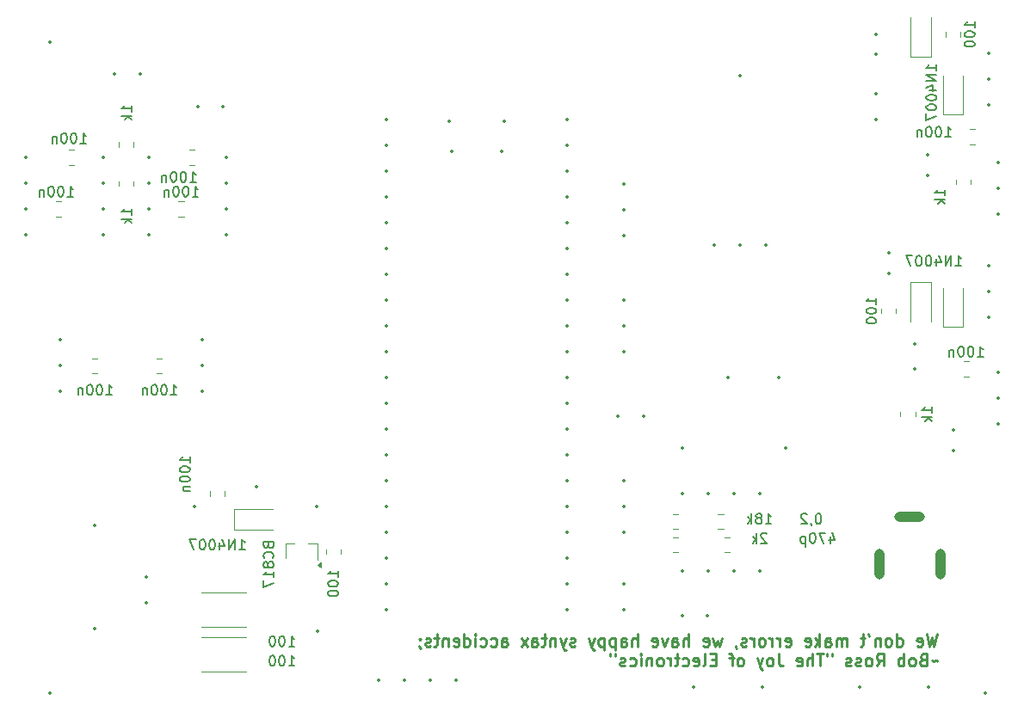
<source format=gbo>
%TF.GenerationSoftware,KiCad,Pcbnew,8.0.1*%
%TF.CreationDate,2024-05-10T21:26:46+02:00*%
%TF.ProjectId,SiganlGen,53696761-6e6c-4476-956e-2e6b69636164,rev?*%
%TF.SameCoordinates,Original*%
%TF.FileFunction,Legend,Bot*%
%TF.FilePolarity,Positive*%
%FSLAX46Y46*%
G04 Gerber Fmt 4.6, Leading zero omitted, Abs format (unit mm)*
G04 Created by KiCad (PCBNEW 8.0.1) date 2024-05-10 21:26:46*
%MOMM*%
%LPD*%
G01*
G04 APERTURE LIST*
%ADD10C,0.240000*%
%ADD11C,0.150000*%
%ADD12C,0.120000*%
%ADD13C,0.350000*%
%ADD14O,1.000000X3.000000*%
%ADD15O,3.000000X1.000000*%
G04 APERTURE END LIST*
D10*
X202870677Y-93863729D02*
X202584963Y-95063729D01*
X202584963Y-95063729D02*
X202356391Y-94206587D01*
X202356391Y-94206587D02*
X202127820Y-95063729D01*
X202127820Y-95063729D02*
X201842106Y-93863729D01*
X200927819Y-95006587D02*
X201042105Y-95063729D01*
X201042105Y-95063729D02*
X201270677Y-95063729D01*
X201270677Y-95063729D02*
X201384962Y-95006587D01*
X201384962Y-95006587D02*
X201442105Y-94892301D01*
X201442105Y-94892301D02*
X201442105Y-94435158D01*
X201442105Y-94435158D02*
X201384962Y-94320872D01*
X201384962Y-94320872D02*
X201270677Y-94263729D01*
X201270677Y-94263729D02*
X201042105Y-94263729D01*
X201042105Y-94263729D02*
X200927819Y-94320872D01*
X200927819Y-94320872D02*
X200870677Y-94435158D01*
X200870677Y-94435158D02*
X200870677Y-94549444D01*
X200870677Y-94549444D02*
X201442105Y-94663729D01*
X198927820Y-95063729D02*
X198927820Y-93863729D01*
X198927820Y-95006587D02*
X199042105Y-95063729D01*
X199042105Y-95063729D02*
X199270677Y-95063729D01*
X199270677Y-95063729D02*
X199384962Y-95006587D01*
X199384962Y-95006587D02*
X199442105Y-94949444D01*
X199442105Y-94949444D02*
X199499248Y-94835158D01*
X199499248Y-94835158D02*
X199499248Y-94492301D01*
X199499248Y-94492301D02*
X199442105Y-94378015D01*
X199442105Y-94378015D02*
X199384962Y-94320872D01*
X199384962Y-94320872D02*
X199270677Y-94263729D01*
X199270677Y-94263729D02*
X199042105Y-94263729D01*
X199042105Y-94263729D02*
X198927820Y-94320872D01*
X198184963Y-95063729D02*
X198299248Y-95006587D01*
X198299248Y-95006587D02*
X198356391Y-94949444D01*
X198356391Y-94949444D02*
X198413534Y-94835158D01*
X198413534Y-94835158D02*
X198413534Y-94492301D01*
X198413534Y-94492301D02*
X198356391Y-94378015D01*
X198356391Y-94378015D02*
X198299248Y-94320872D01*
X198299248Y-94320872D02*
X198184963Y-94263729D01*
X198184963Y-94263729D02*
X198013534Y-94263729D01*
X198013534Y-94263729D02*
X197899248Y-94320872D01*
X197899248Y-94320872D02*
X197842106Y-94378015D01*
X197842106Y-94378015D02*
X197784963Y-94492301D01*
X197784963Y-94492301D02*
X197784963Y-94835158D01*
X197784963Y-94835158D02*
X197842106Y-94949444D01*
X197842106Y-94949444D02*
X197899248Y-95006587D01*
X197899248Y-95006587D02*
X198013534Y-95063729D01*
X198013534Y-95063729D02*
X198184963Y-95063729D01*
X197270677Y-94263729D02*
X197270677Y-95063729D01*
X197270677Y-94378015D02*
X197213534Y-94320872D01*
X197213534Y-94320872D02*
X197099249Y-94263729D01*
X197099249Y-94263729D02*
X196927820Y-94263729D01*
X196927820Y-94263729D02*
X196813534Y-94320872D01*
X196813534Y-94320872D02*
X196756392Y-94435158D01*
X196756392Y-94435158D02*
X196756392Y-95063729D01*
X196127820Y-93863729D02*
X196242106Y-94092301D01*
X195784963Y-94263729D02*
X195327820Y-94263729D01*
X195613534Y-93863729D02*
X195613534Y-94892301D01*
X195613534Y-94892301D02*
X195556391Y-95006587D01*
X195556391Y-95006587D02*
X195442106Y-95063729D01*
X195442106Y-95063729D02*
X195327820Y-95063729D01*
X194013534Y-95063729D02*
X194013534Y-94263729D01*
X194013534Y-94378015D02*
X193956391Y-94320872D01*
X193956391Y-94320872D02*
X193842106Y-94263729D01*
X193842106Y-94263729D02*
X193670677Y-94263729D01*
X193670677Y-94263729D02*
X193556391Y-94320872D01*
X193556391Y-94320872D02*
X193499249Y-94435158D01*
X193499249Y-94435158D02*
X193499249Y-95063729D01*
X193499249Y-94435158D02*
X193442106Y-94320872D01*
X193442106Y-94320872D02*
X193327820Y-94263729D01*
X193327820Y-94263729D02*
X193156391Y-94263729D01*
X193156391Y-94263729D02*
X193042106Y-94320872D01*
X193042106Y-94320872D02*
X192984963Y-94435158D01*
X192984963Y-94435158D02*
X192984963Y-95063729D01*
X191899249Y-95063729D02*
X191899249Y-94435158D01*
X191899249Y-94435158D02*
X191956391Y-94320872D01*
X191956391Y-94320872D02*
X192070677Y-94263729D01*
X192070677Y-94263729D02*
X192299249Y-94263729D01*
X192299249Y-94263729D02*
X192413534Y-94320872D01*
X191899249Y-95006587D02*
X192013534Y-95063729D01*
X192013534Y-95063729D02*
X192299249Y-95063729D01*
X192299249Y-95063729D02*
X192413534Y-95006587D01*
X192413534Y-95006587D02*
X192470677Y-94892301D01*
X192470677Y-94892301D02*
X192470677Y-94778015D01*
X192470677Y-94778015D02*
X192413534Y-94663729D01*
X192413534Y-94663729D02*
X192299249Y-94606587D01*
X192299249Y-94606587D02*
X192013534Y-94606587D01*
X192013534Y-94606587D02*
X191899249Y-94549444D01*
X191327820Y-95063729D02*
X191327820Y-93863729D01*
X191213535Y-94606587D02*
X190870677Y-95063729D01*
X190870677Y-94263729D02*
X191327820Y-94720872D01*
X189899248Y-95006587D02*
X190013534Y-95063729D01*
X190013534Y-95063729D02*
X190242106Y-95063729D01*
X190242106Y-95063729D02*
X190356391Y-95006587D01*
X190356391Y-95006587D02*
X190413534Y-94892301D01*
X190413534Y-94892301D02*
X190413534Y-94435158D01*
X190413534Y-94435158D02*
X190356391Y-94320872D01*
X190356391Y-94320872D02*
X190242106Y-94263729D01*
X190242106Y-94263729D02*
X190013534Y-94263729D01*
X190013534Y-94263729D02*
X189899248Y-94320872D01*
X189899248Y-94320872D02*
X189842106Y-94435158D01*
X189842106Y-94435158D02*
X189842106Y-94549444D01*
X189842106Y-94549444D02*
X190413534Y-94663729D01*
X187956391Y-95006587D02*
X188070677Y-95063729D01*
X188070677Y-95063729D02*
X188299249Y-95063729D01*
X188299249Y-95063729D02*
X188413534Y-95006587D01*
X188413534Y-95006587D02*
X188470677Y-94892301D01*
X188470677Y-94892301D02*
X188470677Y-94435158D01*
X188470677Y-94435158D02*
X188413534Y-94320872D01*
X188413534Y-94320872D02*
X188299249Y-94263729D01*
X188299249Y-94263729D02*
X188070677Y-94263729D01*
X188070677Y-94263729D02*
X187956391Y-94320872D01*
X187956391Y-94320872D02*
X187899249Y-94435158D01*
X187899249Y-94435158D02*
X187899249Y-94549444D01*
X187899249Y-94549444D02*
X188470677Y-94663729D01*
X187384963Y-95063729D02*
X187384963Y-94263729D01*
X187384963Y-94492301D02*
X187327820Y-94378015D01*
X187327820Y-94378015D02*
X187270678Y-94320872D01*
X187270678Y-94320872D02*
X187156392Y-94263729D01*
X187156392Y-94263729D02*
X187042106Y-94263729D01*
X186642106Y-95063729D02*
X186642106Y-94263729D01*
X186642106Y-94492301D02*
X186584963Y-94378015D01*
X186584963Y-94378015D02*
X186527821Y-94320872D01*
X186527821Y-94320872D02*
X186413535Y-94263729D01*
X186413535Y-94263729D02*
X186299249Y-94263729D01*
X185727821Y-95063729D02*
X185842106Y-95006587D01*
X185842106Y-95006587D02*
X185899249Y-94949444D01*
X185899249Y-94949444D02*
X185956392Y-94835158D01*
X185956392Y-94835158D02*
X185956392Y-94492301D01*
X185956392Y-94492301D02*
X185899249Y-94378015D01*
X185899249Y-94378015D02*
X185842106Y-94320872D01*
X185842106Y-94320872D02*
X185727821Y-94263729D01*
X185727821Y-94263729D02*
X185556392Y-94263729D01*
X185556392Y-94263729D02*
X185442106Y-94320872D01*
X185442106Y-94320872D02*
X185384964Y-94378015D01*
X185384964Y-94378015D02*
X185327821Y-94492301D01*
X185327821Y-94492301D02*
X185327821Y-94835158D01*
X185327821Y-94835158D02*
X185384964Y-94949444D01*
X185384964Y-94949444D02*
X185442106Y-95006587D01*
X185442106Y-95006587D02*
X185556392Y-95063729D01*
X185556392Y-95063729D02*
X185727821Y-95063729D01*
X184813535Y-95063729D02*
X184813535Y-94263729D01*
X184813535Y-94492301D02*
X184756392Y-94378015D01*
X184756392Y-94378015D02*
X184699250Y-94320872D01*
X184699250Y-94320872D02*
X184584964Y-94263729D01*
X184584964Y-94263729D02*
X184470678Y-94263729D01*
X184127821Y-95006587D02*
X184013535Y-95063729D01*
X184013535Y-95063729D02*
X183784964Y-95063729D01*
X183784964Y-95063729D02*
X183670678Y-95006587D01*
X183670678Y-95006587D02*
X183613535Y-94892301D01*
X183613535Y-94892301D02*
X183613535Y-94835158D01*
X183613535Y-94835158D02*
X183670678Y-94720872D01*
X183670678Y-94720872D02*
X183784964Y-94663729D01*
X183784964Y-94663729D02*
X183956393Y-94663729D01*
X183956393Y-94663729D02*
X184070678Y-94606587D01*
X184070678Y-94606587D02*
X184127821Y-94492301D01*
X184127821Y-94492301D02*
X184127821Y-94435158D01*
X184127821Y-94435158D02*
X184070678Y-94320872D01*
X184070678Y-94320872D02*
X183956393Y-94263729D01*
X183956393Y-94263729D02*
X183784964Y-94263729D01*
X183784964Y-94263729D02*
X183670678Y-94320872D01*
X183042106Y-95006587D02*
X183042106Y-95063729D01*
X183042106Y-95063729D02*
X183099249Y-95178015D01*
X183099249Y-95178015D02*
X183156392Y-95235158D01*
X181727820Y-94263729D02*
X181499249Y-95063729D01*
X181499249Y-95063729D02*
X181270677Y-94492301D01*
X181270677Y-94492301D02*
X181042106Y-95063729D01*
X181042106Y-95063729D02*
X180813534Y-94263729D01*
X179899248Y-95006587D02*
X180013534Y-95063729D01*
X180013534Y-95063729D02*
X180242106Y-95063729D01*
X180242106Y-95063729D02*
X180356391Y-95006587D01*
X180356391Y-95006587D02*
X180413534Y-94892301D01*
X180413534Y-94892301D02*
X180413534Y-94435158D01*
X180413534Y-94435158D02*
X180356391Y-94320872D01*
X180356391Y-94320872D02*
X180242106Y-94263729D01*
X180242106Y-94263729D02*
X180013534Y-94263729D01*
X180013534Y-94263729D02*
X179899248Y-94320872D01*
X179899248Y-94320872D02*
X179842106Y-94435158D01*
X179842106Y-94435158D02*
X179842106Y-94549444D01*
X179842106Y-94549444D02*
X180413534Y-94663729D01*
X178413534Y-95063729D02*
X178413534Y-93863729D01*
X177899249Y-95063729D02*
X177899249Y-94435158D01*
X177899249Y-94435158D02*
X177956391Y-94320872D01*
X177956391Y-94320872D02*
X178070677Y-94263729D01*
X178070677Y-94263729D02*
X178242106Y-94263729D01*
X178242106Y-94263729D02*
X178356391Y-94320872D01*
X178356391Y-94320872D02*
X178413534Y-94378015D01*
X176813535Y-95063729D02*
X176813535Y-94435158D01*
X176813535Y-94435158D02*
X176870677Y-94320872D01*
X176870677Y-94320872D02*
X176984963Y-94263729D01*
X176984963Y-94263729D02*
X177213535Y-94263729D01*
X177213535Y-94263729D02*
X177327820Y-94320872D01*
X176813535Y-95006587D02*
X176927820Y-95063729D01*
X176927820Y-95063729D02*
X177213535Y-95063729D01*
X177213535Y-95063729D02*
X177327820Y-95006587D01*
X177327820Y-95006587D02*
X177384963Y-94892301D01*
X177384963Y-94892301D02*
X177384963Y-94778015D01*
X177384963Y-94778015D02*
X177327820Y-94663729D01*
X177327820Y-94663729D02*
X177213535Y-94606587D01*
X177213535Y-94606587D02*
X176927820Y-94606587D01*
X176927820Y-94606587D02*
X176813535Y-94549444D01*
X176356392Y-94263729D02*
X176070678Y-95063729D01*
X176070678Y-95063729D02*
X175784963Y-94263729D01*
X174870677Y-95006587D02*
X174984963Y-95063729D01*
X174984963Y-95063729D02*
X175213535Y-95063729D01*
X175213535Y-95063729D02*
X175327820Y-95006587D01*
X175327820Y-95006587D02*
X175384963Y-94892301D01*
X175384963Y-94892301D02*
X175384963Y-94435158D01*
X175384963Y-94435158D02*
X175327820Y-94320872D01*
X175327820Y-94320872D02*
X175213535Y-94263729D01*
X175213535Y-94263729D02*
X174984963Y-94263729D01*
X174984963Y-94263729D02*
X174870677Y-94320872D01*
X174870677Y-94320872D02*
X174813535Y-94435158D01*
X174813535Y-94435158D02*
X174813535Y-94549444D01*
X174813535Y-94549444D02*
X175384963Y-94663729D01*
X173384963Y-95063729D02*
X173384963Y-93863729D01*
X172870678Y-95063729D02*
X172870678Y-94435158D01*
X172870678Y-94435158D02*
X172927820Y-94320872D01*
X172927820Y-94320872D02*
X173042106Y-94263729D01*
X173042106Y-94263729D02*
X173213535Y-94263729D01*
X173213535Y-94263729D02*
X173327820Y-94320872D01*
X173327820Y-94320872D02*
X173384963Y-94378015D01*
X171784964Y-95063729D02*
X171784964Y-94435158D01*
X171784964Y-94435158D02*
X171842106Y-94320872D01*
X171842106Y-94320872D02*
X171956392Y-94263729D01*
X171956392Y-94263729D02*
X172184964Y-94263729D01*
X172184964Y-94263729D02*
X172299249Y-94320872D01*
X171784964Y-95006587D02*
X171899249Y-95063729D01*
X171899249Y-95063729D02*
X172184964Y-95063729D01*
X172184964Y-95063729D02*
X172299249Y-95006587D01*
X172299249Y-95006587D02*
X172356392Y-94892301D01*
X172356392Y-94892301D02*
X172356392Y-94778015D01*
X172356392Y-94778015D02*
X172299249Y-94663729D01*
X172299249Y-94663729D02*
X172184964Y-94606587D01*
X172184964Y-94606587D02*
X171899249Y-94606587D01*
X171899249Y-94606587D02*
X171784964Y-94549444D01*
X171213535Y-94263729D02*
X171213535Y-95463729D01*
X171213535Y-94320872D02*
X171099250Y-94263729D01*
X171099250Y-94263729D02*
X170870678Y-94263729D01*
X170870678Y-94263729D02*
X170756392Y-94320872D01*
X170756392Y-94320872D02*
X170699250Y-94378015D01*
X170699250Y-94378015D02*
X170642107Y-94492301D01*
X170642107Y-94492301D02*
X170642107Y-94835158D01*
X170642107Y-94835158D02*
X170699250Y-94949444D01*
X170699250Y-94949444D02*
X170756392Y-95006587D01*
X170756392Y-95006587D02*
X170870678Y-95063729D01*
X170870678Y-95063729D02*
X171099250Y-95063729D01*
X171099250Y-95063729D02*
X171213535Y-95006587D01*
X170127821Y-94263729D02*
X170127821Y-95463729D01*
X170127821Y-94320872D02*
X170013536Y-94263729D01*
X170013536Y-94263729D02*
X169784964Y-94263729D01*
X169784964Y-94263729D02*
X169670678Y-94320872D01*
X169670678Y-94320872D02*
X169613536Y-94378015D01*
X169613536Y-94378015D02*
X169556393Y-94492301D01*
X169556393Y-94492301D02*
X169556393Y-94835158D01*
X169556393Y-94835158D02*
X169613536Y-94949444D01*
X169613536Y-94949444D02*
X169670678Y-95006587D01*
X169670678Y-95006587D02*
X169784964Y-95063729D01*
X169784964Y-95063729D02*
X170013536Y-95063729D01*
X170013536Y-95063729D02*
X170127821Y-95006587D01*
X169156393Y-94263729D02*
X168870679Y-95063729D01*
X168584964Y-94263729D02*
X168870679Y-95063729D01*
X168870679Y-95063729D02*
X168984964Y-95349444D01*
X168984964Y-95349444D02*
X169042107Y-95406587D01*
X169042107Y-95406587D02*
X169156393Y-95463729D01*
X167270678Y-95006587D02*
X167156392Y-95063729D01*
X167156392Y-95063729D02*
X166927821Y-95063729D01*
X166927821Y-95063729D02*
X166813535Y-95006587D01*
X166813535Y-95006587D02*
X166756392Y-94892301D01*
X166756392Y-94892301D02*
X166756392Y-94835158D01*
X166756392Y-94835158D02*
X166813535Y-94720872D01*
X166813535Y-94720872D02*
X166927821Y-94663729D01*
X166927821Y-94663729D02*
X167099250Y-94663729D01*
X167099250Y-94663729D02*
X167213535Y-94606587D01*
X167213535Y-94606587D02*
X167270678Y-94492301D01*
X167270678Y-94492301D02*
X167270678Y-94435158D01*
X167270678Y-94435158D02*
X167213535Y-94320872D01*
X167213535Y-94320872D02*
X167099250Y-94263729D01*
X167099250Y-94263729D02*
X166927821Y-94263729D01*
X166927821Y-94263729D02*
X166813535Y-94320872D01*
X166356392Y-94263729D02*
X166070678Y-95063729D01*
X165784963Y-94263729D02*
X166070678Y-95063729D01*
X166070678Y-95063729D02*
X166184963Y-95349444D01*
X166184963Y-95349444D02*
X166242106Y-95406587D01*
X166242106Y-95406587D02*
X166356392Y-95463729D01*
X165327820Y-94263729D02*
X165327820Y-95063729D01*
X165327820Y-94378015D02*
X165270677Y-94320872D01*
X165270677Y-94320872D02*
X165156392Y-94263729D01*
X165156392Y-94263729D02*
X164984963Y-94263729D01*
X164984963Y-94263729D02*
X164870677Y-94320872D01*
X164870677Y-94320872D02*
X164813535Y-94435158D01*
X164813535Y-94435158D02*
X164813535Y-95063729D01*
X164413535Y-94263729D02*
X163956392Y-94263729D01*
X164242106Y-93863729D02*
X164242106Y-94892301D01*
X164242106Y-94892301D02*
X164184963Y-95006587D01*
X164184963Y-95006587D02*
X164070678Y-95063729D01*
X164070678Y-95063729D02*
X163956392Y-95063729D01*
X163042107Y-95063729D02*
X163042107Y-94435158D01*
X163042107Y-94435158D02*
X163099249Y-94320872D01*
X163099249Y-94320872D02*
X163213535Y-94263729D01*
X163213535Y-94263729D02*
X163442107Y-94263729D01*
X163442107Y-94263729D02*
X163556392Y-94320872D01*
X163042107Y-95006587D02*
X163156392Y-95063729D01*
X163156392Y-95063729D02*
X163442107Y-95063729D01*
X163442107Y-95063729D02*
X163556392Y-95006587D01*
X163556392Y-95006587D02*
X163613535Y-94892301D01*
X163613535Y-94892301D02*
X163613535Y-94778015D01*
X163613535Y-94778015D02*
X163556392Y-94663729D01*
X163556392Y-94663729D02*
X163442107Y-94606587D01*
X163442107Y-94606587D02*
X163156392Y-94606587D01*
X163156392Y-94606587D02*
X163042107Y-94549444D01*
X162584964Y-95063729D02*
X161956393Y-94263729D01*
X162584964Y-94263729D02*
X161956393Y-95063729D01*
X160070678Y-95063729D02*
X160070678Y-94435158D01*
X160070678Y-94435158D02*
X160127820Y-94320872D01*
X160127820Y-94320872D02*
X160242106Y-94263729D01*
X160242106Y-94263729D02*
X160470678Y-94263729D01*
X160470678Y-94263729D02*
X160584963Y-94320872D01*
X160070678Y-95006587D02*
X160184963Y-95063729D01*
X160184963Y-95063729D02*
X160470678Y-95063729D01*
X160470678Y-95063729D02*
X160584963Y-95006587D01*
X160584963Y-95006587D02*
X160642106Y-94892301D01*
X160642106Y-94892301D02*
X160642106Y-94778015D01*
X160642106Y-94778015D02*
X160584963Y-94663729D01*
X160584963Y-94663729D02*
X160470678Y-94606587D01*
X160470678Y-94606587D02*
X160184963Y-94606587D01*
X160184963Y-94606587D02*
X160070678Y-94549444D01*
X158984964Y-95006587D02*
X159099249Y-95063729D01*
X159099249Y-95063729D02*
X159327821Y-95063729D01*
X159327821Y-95063729D02*
X159442106Y-95006587D01*
X159442106Y-95006587D02*
X159499249Y-94949444D01*
X159499249Y-94949444D02*
X159556392Y-94835158D01*
X159556392Y-94835158D02*
X159556392Y-94492301D01*
X159556392Y-94492301D02*
X159499249Y-94378015D01*
X159499249Y-94378015D02*
X159442106Y-94320872D01*
X159442106Y-94320872D02*
X159327821Y-94263729D01*
X159327821Y-94263729D02*
X159099249Y-94263729D01*
X159099249Y-94263729D02*
X158984964Y-94320872D01*
X157956393Y-95006587D02*
X158070678Y-95063729D01*
X158070678Y-95063729D02*
X158299250Y-95063729D01*
X158299250Y-95063729D02*
X158413535Y-95006587D01*
X158413535Y-95006587D02*
X158470678Y-94949444D01*
X158470678Y-94949444D02*
X158527821Y-94835158D01*
X158527821Y-94835158D02*
X158527821Y-94492301D01*
X158527821Y-94492301D02*
X158470678Y-94378015D01*
X158470678Y-94378015D02*
X158413535Y-94320872D01*
X158413535Y-94320872D02*
X158299250Y-94263729D01*
X158299250Y-94263729D02*
X158070678Y-94263729D01*
X158070678Y-94263729D02*
X157956393Y-94320872D01*
X157442107Y-95063729D02*
X157442107Y-94263729D01*
X157442107Y-93863729D02*
X157499250Y-93920872D01*
X157499250Y-93920872D02*
X157442107Y-93978015D01*
X157442107Y-93978015D02*
X157384964Y-93920872D01*
X157384964Y-93920872D02*
X157442107Y-93863729D01*
X157442107Y-93863729D02*
X157442107Y-93978015D01*
X156356393Y-95063729D02*
X156356393Y-93863729D01*
X156356393Y-95006587D02*
X156470678Y-95063729D01*
X156470678Y-95063729D02*
X156699250Y-95063729D01*
X156699250Y-95063729D02*
X156813535Y-95006587D01*
X156813535Y-95006587D02*
X156870678Y-94949444D01*
X156870678Y-94949444D02*
X156927821Y-94835158D01*
X156927821Y-94835158D02*
X156927821Y-94492301D01*
X156927821Y-94492301D02*
X156870678Y-94378015D01*
X156870678Y-94378015D02*
X156813535Y-94320872D01*
X156813535Y-94320872D02*
X156699250Y-94263729D01*
X156699250Y-94263729D02*
X156470678Y-94263729D01*
X156470678Y-94263729D02*
X156356393Y-94320872D01*
X155327821Y-95006587D02*
X155442107Y-95063729D01*
X155442107Y-95063729D02*
X155670679Y-95063729D01*
X155670679Y-95063729D02*
X155784964Y-95006587D01*
X155784964Y-95006587D02*
X155842107Y-94892301D01*
X155842107Y-94892301D02*
X155842107Y-94435158D01*
X155842107Y-94435158D02*
X155784964Y-94320872D01*
X155784964Y-94320872D02*
X155670679Y-94263729D01*
X155670679Y-94263729D02*
X155442107Y-94263729D01*
X155442107Y-94263729D02*
X155327821Y-94320872D01*
X155327821Y-94320872D02*
X155270679Y-94435158D01*
X155270679Y-94435158D02*
X155270679Y-94549444D01*
X155270679Y-94549444D02*
X155842107Y-94663729D01*
X154756393Y-94263729D02*
X154756393Y-95063729D01*
X154756393Y-94378015D02*
X154699250Y-94320872D01*
X154699250Y-94320872D02*
X154584965Y-94263729D01*
X154584965Y-94263729D02*
X154413536Y-94263729D01*
X154413536Y-94263729D02*
X154299250Y-94320872D01*
X154299250Y-94320872D02*
X154242108Y-94435158D01*
X154242108Y-94435158D02*
X154242108Y-95063729D01*
X153842108Y-94263729D02*
X153384965Y-94263729D01*
X153670679Y-93863729D02*
X153670679Y-94892301D01*
X153670679Y-94892301D02*
X153613536Y-95006587D01*
X153613536Y-95006587D02*
X153499251Y-95063729D01*
X153499251Y-95063729D02*
X153384965Y-95063729D01*
X153042108Y-95006587D02*
X152927822Y-95063729D01*
X152927822Y-95063729D02*
X152699251Y-95063729D01*
X152699251Y-95063729D02*
X152584965Y-95006587D01*
X152584965Y-95006587D02*
X152527822Y-94892301D01*
X152527822Y-94892301D02*
X152527822Y-94835158D01*
X152527822Y-94835158D02*
X152584965Y-94720872D01*
X152584965Y-94720872D02*
X152699251Y-94663729D01*
X152699251Y-94663729D02*
X152870680Y-94663729D01*
X152870680Y-94663729D02*
X152984965Y-94606587D01*
X152984965Y-94606587D02*
X153042108Y-94492301D01*
X153042108Y-94492301D02*
X153042108Y-94435158D01*
X153042108Y-94435158D02*
X152984965Y-94320872D01*
X152984965Y-94320872D02*
X152870680Y-94263729D01*
X152870680Y-94263729D02*
X152699251Y-94263729D01*
X152699251Y-94263729D02*
X152584965Y-94320872D01*
X151956393Y-95006587D02*
X151956393Y-95063729D01*
X151956393Y-95063729D02*
X152013536Y-95178015D01*
X152013536Y-95178015D02*
X152070679Y-95235158D01*
X152013536Y-94320872D02*
X151956393Y-94378015D01*
X151956393Y-94378015D02*
X152013536Y-94435158D01*
X152013536Y-94435158D02*
X152070679Y-94378015D01*
X152070679Y-94378015D02*
X152013536Y-94320872D01*
X152013536Y-94320872D02*
X152013536Y-94435158D01*
X202927820Y-96538520D02*
X202870677Y-96481377D01*
X202870677Y-96481377D02*
X202756391Y-96424234D01*
X202756391Y-96424234D02*
X202527820Y-96538520D01*
X202527820Y-96538520D02*
X202413534Y-96481377D01*
X202413534Y-96481377D02*
X202356391Y-96424234D01*
X201499248Y-96367091D02*
X201327820Y-96424234D01*
X201327820Y-96424234D02*
X201270677Y-96481377D01*
X201270677Y-96481377D02*
X201213534Y-96595662D01*
X201213534Y-96595662D02*
X201213534Y-96767091D01*
X201213534Y-96767091D02*
X201270677Y-96881377D01*
X201270677Y-96881377D02*
X201327820Y-96938520D01*
X201327820Y-96938520D02*
X201442105Y-96995662D01*
X201442105Y-96995662D02*
X201899248Y-96995662D01*
X201899248Y-96995662D02*
X201899248Y-95795662D01*
X201899248Y-95795662D02*
X201499248Y-95795662D01*
X201499248Y-95795662D02*
X201384963Y-95852805D01*
X201384963Y-95852805D02*
X201327820Y-95909948D01*
X201327820Y-95909948D02*
X201270677Y-96024234D01*
X201270677Y-96024234D02*
X201270677Y-96138520D01*
X201270677Y-96138520D02*
X201327820Y-96252805D01*
X201327820Y-96252805D02*
X201384963Y-96309948D01*
X201384963Y-96309948D02*
X201499248Y-96367091D01*
X201499248Y-96367091D02*
X201899248Y-96367091D01*
X200527820Y-96995662D02*
X200642105Y-96938520D01*
X200642105Y-96938520D02*
X200699248Y-96881377D01*
X200699248Y-96881377D02*
X200756391Y-96767091D01*
X200756391Y-96767091D02*
X200756391Y-96424234D01*
X200756391Y-96424234D02*
X200699248Y-96309948D01*
X200699248Y-96309948D02*
X200642105Y-96252805D01*
X200642105Y-96252805D02*
X200527820Y-96195662D01*
X200527820Y-96195662D02*
X200356391Y-96195662D01*
X200356391Y-96195662D02*
X200242105Y-96252805D01*
X200242105Y-96252805D02*
X200184963Y-96309948D01*
X200184963Y-96309948D02*
X200127820Y-96424234D01*
X200127820Y-96424234D02*
X200127820Y-96767091D01*
X200127820Y-96767091D02*
X200184963Y-96881377D01*
X200184963Y-96881377D02*
X200242105Y-96938520D01*
X200242105Y-96938520D02*
X200356391Y-96995662D01*
X200356391Y-96995662D02*
X200527820Y-96995662D01*
X199613534Y-96995662D02*
X199613534Y-95795662D01*
X199613534Y-96252805D02*
X199499249Y-96195662D01*
X199499249Y-96195662D02*
X199270677Y-96195662D01*
X199270677Y-96195662D02*
X199156391Y-96252805D01*
X199156391Y-96252805D02*
X199099249Y-96309948D01*
X199099249Y-96309948D02*
X199042106Y-96424234D01*
X199042106Y-96424234D02*
X199042106Y-96767091D01*
X199042106Y-96767091D02*
X199099249Y-96881377D01*
X199099249Y-96881377D02*
X199156391Y-96938520D01*
X199156391Y-96938520D02*
X199270677Y-96995662D01*
X199270677Y-96995662D02*
X199499249Y-96995662D01*
X199499249Y-96995662D02*
X199613534Y-96938520D01*
X196927820Y-96995662D02*
X197327820Y-96424234D01*
X197613534Y-96995662D02*
X197613534Y-95795662D01*
X197613534Y-95795662D02*
X197156391Y-95795662D01*
X197156391Y-95795662D02*
X197042106Y-95852805D01*
X197042106Y-95852805D02*
X196984963Y-95909948D01*
X196984963Y-95909948D02*
X196927820Y-96024234D01*
X196927820Y-96024234D02*
X196927820Y-96195662D01*
X196927820Y-96195662D02*
X196984963Y-96309948D01*
X196984963Y-96309948D02*
X197042106Y-96367091D01*
X197042106Y-96367091D02*
X197156391Y-96424234D01*
X197156391Y-96424234D02*
X197613534Y-96424234D01*
X196242106Y-96995662D02*
X196356391Y-96938520D01*
X196356391Y-96938520D02*
X196413534Y-96881377D01*
X196413534Y-96881377D02*
X196470677Y-96767091D01*
X196470677Y-96767091D02*
X196470677Y-96424234D01*
X196470677Y-96424234D02*
X196413534Y-96309948D01*
X196413534Y-96309948D02*
X196356391Y-96252805D01*
X196356391Y-96252805D02*
X196242106Y-96195662D01*
X196242106Y-96195662D02*
X196070677Y-96195662D01*
X196070677Y-96195662D02*
X195956391Y-96252805D01*
X195956391Y-96252805D02*
X195899249Y-96309948D01*
X195899249Y-96309948D02*
X195842106Y-96424234D01*
X195842106Y-96424234D02*
X195842106Y-96767091D01*
X195842106Y-96767091D02*
X195899249Y-96881377D01*
X195899249Y-96881377D02*
X195956391Y-96938520D01*
X195956391Y-96938520D02*
X196070677Y-96995662D01*
X196070677Y-96995662D02*
X196242106Y-96995662D01*
X195384963Y-96938520D02*
X195270677Y-96995662D01*
X195270677Y-96995662D02*
X195042106Y-96995662D01*
X195042106Y-96995662D02*
X194927820Y-96938520D01*
X194927820Y-96938520D02*
X194870677Y-96824234D01*
X194870677Y-96824234D02*
X194870677Y-96767091D01*
X194870677Y-96767091D02*
X194927820Y-96652805D01*
X194927820Y-96652805D02*
X195042106Y-96595662D01*
X195042106Y-96595662D02*
X195213535Y-96595662D01*
X195213535Y-96595662D02*
X195327820Y-96538520D01*
X195327820Y-96538520D02*
X195384963Y-96424234D01*
X195384963Y-96424234D02*
X195384963Y-96367091D01*
X195384963Y-96367091D02*
X195327820Y-96252805D01*
X195327820Y-96252805D02*
X195213535Y-96195662D01*
X195213535Y-96195662D02*
X195042106Y-96195662D01*
X195042106Y-96195662D02*
X194927820Y-96252805D01*
X194413534Y-96938520D02*
X194299248Y-96995662D01*
X194299248Y-96995662D02*
X194070677Y-96995662D01*
X194070677Y-96995662D02*
X193956391Y-96938520D01*
X193956391Y-96938520D02*
X193899248Y-96824234D01*
X193899248Y-96824234D02*
X193899248Y-96767091D01*
X193899248Y-96767091D02*
X193956391Y-96652805D01*
X193956391Y-96652805D02*
X194070677Y-96595662D01*
X194070677Y-96595662D02*
X194242106Y-96595662D01*
X194242106Y-96595662D02*
X194356391Y-96538520D01*
X194356391Y-96538520D02*
X194413534Y-96424234D01*
X194413534Y-96424234D02*
X194413534Y-96367091D01*
X194413534Y-96367091D02*
X194356391Y-96252805D01*
X194356391Y-96252805D02*
X194242106Y-96195662D01*
X194242106Y-96195662D02*
X194070677Y-96195662D01*
X194070677Y-96195662D02*
X193956391Y-96252805D01*
X192527819Y-95795662D02*
X192527819Y-96024234D01*
X192070676Y-95795662D02*
X192070676Y-96024234D01*
X191727819Y-95795662D02*
X191042105Y-95795662D01*
X191384962Y-96995662D02*
X191384962Y-95795662D01*
X190642104Y-96995662D02*
X190642104Y-95795662D01*
X190127819Y-96995662D02*
X190127819Y-96367091D01*
X190127819Y-96367091D02*
X190184961Y-96252805D01*
X190184961Y-96252805D02*
X190299247Y-96195662D01*
X190299247Y-96195662D02*
X190470676Y-96195662D01*
X190470676Y-96195662D02*
X190584961Y-96252805D01*
X190584961Y-96252805D02*
X190642104Y-96309948D01*
X189099247Y-96938520D02*
X189213533Y-96995662D01*
X189213533Y-96995662D02*
X189442105Y-96995662D01*
X189442105Y-96995662D02*
X189556390Y-96938520D01*
X189556390Y-96938520D02*
X189613533Y-96824234D01*
X189613533Y-96824234D02*
X189613533Y-96367091D01*
X189613533Y-96367091D02*
X189556390Y-96252805D01*
X189556390Y-96252805D02*
X189442105Y-96195662D01*
X189442105Y-96195662D02*
X189213533Y-96195662D01*
X189213533Y-96195662D02*
X189099247Y-96252805D01*
X189099247Y-96252805D02*
X189042105Y-96367091D01*
X189042105Y-96367091D02*
X189042105Y-96481377D01*
X189042105Y-96481377D02*
X189613533Y-96595662D01*
X187270676Y-95795662D02*
X187270676Y-96652805D01*
X187270676Y-96652805D02*
X187327819Y-96824234D01*
X187327819Y-96824234D02*
X187442105Y-96938520D01*
X187442105Y-96938520D02*
X187613533Y-96995662D01*
X187613533Y-96995662D02*
X187727819Y-96995662D01*
X186527819Y-96995662D02*
X186642104Y-96938520D01*
X186642104Y-96938520D02*
X186699247Y-96881377D01*
X186699247Y-96881377D02*
X186756390Y-96767091D01*
X186756390Y-96767091D02*
X186756390Y-96424234D01*
X186756390Y-96424234D02*
X186699247Y-96309948D01*
X186699247Y-96309948D02*
X186642104Y-96252805D01*
X186642104Y-96252805D02*
X186527819Y-96195662D01*
X186527819Y-96195662D02*
X186356390Y-96195662D01*
X186356390Y-96195662D02*
X186242104Y-96252805D01*
X186242104Y-96252805D02*
X186184962Y-96309948D01*
X186184962Y-96309948D02*
X186127819Y-96424234D01*
X186127819Y-96424234D02*
X186127819Y-96767091D01*
X186127819Y-96767091D02*
X186184962Y-96881377D01*
X186184962Y-96881377D02*
X186242104Y-96938520D01*
X186242104Y-96938520D02*
X186356390Y-96995662D01*
X186356390Y-96995662D02*
X186527819Y-96995662D01*
X185727819Y-96195662D02*
X185442105Y-96995662D01*
X185156390Y-96195662D02*
X185442105Y-96995662D01*
X185442105Y-96995662D02*
X185556390Y-97281377D01*
X185556390Y-97281377D02*
X185613533Y-97338520D01*
X185613533Y-97338520D02*
X185727819Y-97395662D01*
X183613533Y-96995662D02*
X183727818Y-96938520D01*
X183727818Y-96938520D02*
X183784961Y-96881377D01*
X183784961Y-96881377D02*
X183842104Y-96767091D01*
X183842104Y-96767091D02*
X183842104Y-96424234D01*
X183842104Y-96424234D02*
X183784961Y-96309948D01*
X183784961Y-96309948D02*
X183727818Y-96252805D01*
X183727818Y-96252805D02*
X183613533Y-96195662D01*
X183613533Y-96195662D02*
X183442104Y-96195662D01*
X183442104Y-96195662D02*
X183327818Y-96252805D01*
X183327818Y-96252805D02*
X183270676Y-96309948D01*
X183270676Y-96309948D02*
X183213533Y-96424234D01*
X183213533Y-96424234D02*
X183213533Y-96767091D01*
X183213533Y-96767091D02*
X183270676Y-96881377D01*
X183270676Y-96881377D02*
X183327818Y-96938520D01*
X183327818Y-96938520D02*
X183442104Y-96995662D01*
X183442104Y-96995662D02*
X183613533Y-96995662D01*
X182870676Y-96195662D02*
X182413533Y-96195662D01*
X182699247Y-96995662D02*
X182699247Y-95967091D01*
X182699247Y-95967091D02*
X182642104Y-95852805D01*
X182642104Y-95852805D02*
X182527819Y-95795662D01*
X182527819Y-95795662D02*
X182413533Y-95795662D01*
X181099247Y-96367091D02*
X180699247Y-96367091D01*
X180527819Y-96995662D02*
X181099247Y-96995662D01*
X181099247Y-96995662D02*
X181099247Y-95795662D01*
X181099247Y-95795662D02*
X180527819Y-95795662D01*
X179842105Y-96995662D02*
X179956390Y-96938520D01*
X179956390Y-96938520D02*
X180013533Y-96824234D01*
X180013533Y-96824234D02*
X180013533Y-95795662D01*
X178927819Y-96938520D02*
X179042105Y-96995662D01*
X179042105Y-96995662D02*
X179270677Y-96995662D01*
X179270677Y-96995662D02*
X179384962Y-96938520D01*
X179384962Y-96938520D02*
X179442105Y-96824234D01*
X179442105Y-96824234D02*
X179442105Y-96367091D01*
X179442105Y-96367091D02*
X179384962Y-96252805D01*
X179384962Y-96252805D02*
X179270677Y-96195662D01*
X179270677Y-96195662D02*
X179042105Y-96195662D01*
X179042105Y-96195662D02*
X178927819Y-96252805D01*
X178927819Y-96252805D02*
X178870677Y-96367091D01*
X178870677Y-96367091D02*
X178870677Y-96481377D01*
X178870677Y-96481377D02*
X179442105Y-96595662D01*
X177842106Y-96938520D02*
X177956391Y-96995662D01*
X177956391Y-96995662D02*
X178184963Y-96995662D01*
X178184963Y-96995662D02*
X178299248Y-96938520D01*
X178299248Y-96938520D02*
X178356391Y-96881377D01*
X178356391Y-96881377D02*
X178413534Y-96767091D01*
X178413534Y-96767091D02*
X178413534Y-96424234D01*
X178413534Y-96424234D02*
X178356391Y-96309948D01*
X178356391Y-96309948D02*
X178299248Y-96252805D01*
X178299248Y-96252805D02*
X178184963Y-96195662D01*
X178184963Y-96195662D02*
X177956391Y-96195662D01*
X177956391Y-96195662D02*
X177842106Y-96252805D01*
X177499249Y-96195662D02*
X177042106Y-96195662D01*
X177327820Y-95795662D02*
X177327820Y-96824234D01*
X177327820Y-96824234D02*
X177270677Y-96938520D01*
X177270677Y-96938520D02*
X177156392Y-96995662D01*
X177156392Y-96995662D02*
X177042106Y-96995662D01*
X176642106Y-96995662D02*
X176642106Y-96195662D01*
X176642106Y-96424234D02*
X176584963Y-96309948D01*
X176584963Y-96309948D02*
X176527821Y-96252805D01*
X176527821Y-96252805D02*
X176413535Y-96195662D01*
X176413535Y-96195662D02*
X176299249Y-96195662D01*
X175727821Y-96995662D02*
X175842106Y-96938520D01*
X175842106Y-96938520D02*
X175899249Y-96881377D01*
X175899249Y-96881377D02*
X175956392Y-96767091D01*
X175956392Y-96767091D02*
X175956392Y-96424234D01*
X175956392Y-96424234D02*
X175899249Y-96309948D01*
X175899249Y-96309948D02*
X175842106Y-96252805D01*
X175842106Y-96252805D02*
X175727821Y-96195662D01*
X175727821Y-96195662D02*
X175556392Y-96195662D01*
X175556392Y-96195662D02*
X175442106Y-96252805D01*
X175442106Y-96252805D02*
X175384964Y-96309948D01*
X175384964Y-96309948D02*
X175327821Y-96424234D01*
X175327821Y-96424234D02*
X175327821Y-96767091D01*
X175327821Y-96767091D02*
X175384964Y-96881377D01*
X175384964Y-96881377D02*
X175442106Y-96938520D01*
X175442106Y-96938520D02*
X175556392Y-96995662D01*
X175556392Y-96995662D02*
X175727821Y-96995662D01*
X174813535Y-96195662D02*
X174813535Y-96995662D01*
X174813535Y-96309948D02*
X174756392Y-96252805D01*
X174756392Y-96252805D02*
X174642107Y-96195662D01*
X174642107Y-96195662D02*
X174470678Y-96195662D01*
X174470678Y-96195662D02*
X174356392Y-96252805D01*
X174356392Y-96252805D02*
X174299250Y-96367091D01*
X174299250Y-96367091D02*
X174299250Y-96995662D01*
X173727821Y-96995662D02*
X173727821Y-96195662D01*
X173727821Y-95795662D02*
X173784964Y-95852805D01*
X173784964Y-95852805D02*
X173727821Y-95909948D01*
X173727821Y-95909948D02*
X173670678Y-95852805D01*
X173670678Y-95852805D02*
X173727821Y-95795662D01*
X173727821Y-95795662D02*
X173727821Y-95909948D01*
X172642107Y-96938520D02*
X172756392Y-96995662D01*
X172756392Y-96995662D02*
X172984964Y-96995662D01*
X172984964Y-96995662D02*
X173099249Y-96938520D01*
X173099249Y-96938520D02*
X173156392Y-96881377D01*
X173156392Y-96881377D02*
X173213535Y-96767091D01*
X173213535Y-96767091D02*
X173213535Y-96424234D01*
X173213535Y-96424234D02*
X173156392Y-96309948D01*
X173156392Y-96309948D02*
X173099249Y-96252805D01*
X173099249Y-96252805D02*
X172984964Y-96195662D01*
X172984964Y-96195662D02*
X172756392Y-96195662D01*
X172756392Y-96195662D02*
X172642107Y-96252805D01*
X172184964Y-96938520D02*
X172070678Y-96995662D01*
X172070678Y-96995662D02*
X171842107Y-96995662D01*
X171842107Y-96995662D02*
X171727821Y-96938520D01*
X171727821Y-96938520D02*
X171670678Y-96824234D01*
X171670678Y-96824234D02*
X171670678Y-96767091D01*
X171670678Y-96767091D02*
X171727821Y-96652805D01*
X171727821Y-96652805D02*
X171842107Y-96595662D01*
X171842107Y-96595662D02*
X172013536Y-96595662D01*
X172013536Y-96595662D02*
X172127821Y-96538520D01*
X172127821Y-96538520D02*
X172184964Y-96424234D01*
X172184964Y-96424234D02*
X172184964Y-96367091D01*
X172184964Y-96367091D02*
X172127821Y-96252805D01*
X172127821Y-96252805D02*
X172013536Y-96195662D01*
X172013536Y-96195662D02*
X171842107Y-96195662D01*
X171842107Y-96195662D02*
X171727821Y-96252805D01*
X171213535Y-95795662D02*
X171213535Y-96024234D01*
X170756392Y-95795662D02*
X170756392Y-96024234D01*
D11*
X202384819Y-72093508D02*
X202384819Y-71522080D01*
X202384819Y-71807794D02*
X201384819Y-71807794D01*
X201384819Y-71807794D02*
X201527676Y-71712556D01*
X201527676Y-71712556D02*
X201622914Y-71617318D01*
X201622914Y-71617318D02*
X201670533Y-71522080D01*
X202384819Y-72522080D02*
X201384819Y-72522080D01*
X202003866Y-72617318D02*
X202384819Y-72903032D01*
X201718152Y-72903032D02*
X202099104Y-72522080D01*
X118594047Y-45539819D02*
X119165475Y-45539819D01*
X118879761Y-45539819D02*
X118879761Y-44539819D01*
X118879761Y-44539819D02*
X118974999Y-44682676D01*
X118974999Y-44682676D02*
X119070237Y-44777914D01*
X119070237Y-44777914D02*
X119165475Y-44825533D01*
X117974999Y-44539819D02*
X117879761Y-44539819D01*
X117879761Y-44539819D02*
X117784523Y-44587438D01*
X117784523Y-44587438D02*
X117736904Y-44635057D01*
X117736904Y-44635057D02*
X117689285Y-44730295D01*
X117689285Y-44730295D02*
X117641666Y-44920771D01*
X117641666Y-44920771D02*
X117641666Y-45158866D01*
X117641666Y-45158866D02*
X117689285Y-45349342D01*
X117689285Y-45349342D02*
X117736904Y-45444580D01*
X117736904Y-45444580D02*
X117784523Y-45492200D01*
X117784523Y-45492200D02*
X117879761Y-45539819D01*
X117879761Y-45539819D02*
X117974999Y-45539819D01*
X117974999Y-45539819D02*
X118070237Y-45492200D01*
X118070237Y-45492200D02*
X118117856Y-45444580D01*
X118117856Y-45444580D02*
X118165475Y-45349342D01*
X118165475Y-45349342D02*
X118213094Y-45158866D01*
X118213094Y-45158866D02*
X118213094Y-44920771D01*
X118213094Y-44920771D02*
X118165475Y-44730295D01*
X118165475Y-44730295D02*
X118117856Y-44635057D01*
X118117856Y-44635057D02*
X118070237Y-44587438D01*
X118070237Y-44587438D02*
X117974999Y-44539819D01*
X117022618Y-44539819D02*
X116927380Y-44539819D01*
X116927380Y-44539819D02*
X116832142Y-44587438D01*
X116832142Y-44587438D02*
X116784523Y-44635057D01*
X116784523Y-44635057D02*
X116736904Y-44730295D01*
X116736904Y-44730295D02*
X116689285Y-44920771D01*
X116689285Y-44920771D02*
X116689285Y-45158866D01*
X116689285Y-45158866D02*
X116736904Y-45349342D01*
X116736904Y-45349342D02*
X116784523Y-45444580D01*
X116784523Y-45444580D02*
X116832142Y-45492200D01*
X116832142Y-45492200D02*
X116927380Y-45539819D01*
X116927380Y-45539819D02*
X117022618Y-45539819D01*
X117022618Y-45539819D02*
X117117856Y-45492200D01*
X117117856Y-45492200D02*
X117165475Y-45444580D01*
X117165475Y-45444580D02*
X117213094Y-45349342D01*
X117213094Y-45349342D02*
X117260713Y-45158866D01*
X117260713Y-45158866D02*
X117260713Y-44920771D01*
X117260713Y-44920771D02*
X117213094Y-44730295D01*
X117213094Y-44730295D02*
X117165475Y-44635057D01*
X117165475Y-44635057D02*
X117117856Y-44587438D01*
X117117856Y-44587438D02*
X117022618Y-44539819D01*
X116260713Y-44873152D02*
X116260713Y-45539819D01*
X116260713Y-44968390D02*
X116213094Y-44920771D01*
X116213094Y-44920771D02*
X116117856Y-44873152D01*
X116117856Y-44873152D02*
X115974999Y-44873152D01*
X115974999Y-44873152D02*
X115879761Y-44920771D01*
X115879761Y-44920771D02*
X115832142Y-45016009D01*
X115832142Y-45016009D02*
X115832142Y-45539819D01*
X129359819Y-76985952D02*
X129359819Y-76414524D01*
X129359819Y-76700238D02*
X128359819Y-76700238D01*
X128359819Y-76700238D02*
X128502676Y-76605000D01*
X128502676Y-76605000D02*
X128597914Y-76509762D01*
X128597914Y-76509762D02*
X128645533Y-76414524D01*
X128359819Y-77605000D02*
X128359819Y-77700238D01*
X128359819Y-77700238D02*
X128407438Y-77795476D01*
X128407438Y-77795476D02*
X128455057Y-77843095D01*
X128455057Y-77843095D02*
X128550295Y-77890714D01*
X128550295Y-77890714D02*
X128740771Y-77938333D01*
X128740771Y-77938333D02*
X128978866Y-77938333D01*
X128978866Y-77938333D02*
X129169342Y-77890714D01*
X129169342Y-77890714D02*
X129264580Y-77843095D01*
X129264580Y-77843095D02*
X129312200Y-77795476D01*
X129312200Y-77795476D02*
X129359819Y-77700238D01*
X129359819Y-77700238D02*
X129359819Y-77605000D01*
X129359819Y-77605000D02*
X129312200Y-77509762D01*
X129312200Y-77509762D02*
X129264580Y-77462143D01*
X129264580Y-77462143D02*
X129169342Y-77414524D01*
X129169342Y-77414524D02*
X128978866Y-77366905D01*
X128978866Y-77366905D02*
X128740771Y-77366905D01*
X128740771Y-77366905D02*
X128550295Y-77414524D01*
X128550295Y-77414524D02*
X128455057Y-77462143D01*
X128455057Y-77462143D02*
X128407438Y-77509762D01*
X128407438Y-77509762D02*
X128359819Y-77605000D01*
X128359819Y-78557381D02*
X128359819Y-78652619D01*
X128359819Y-78652619D02*
X128407438Y-78747857D01*
X128407438Y-78747857D02*
X128455057Y-78795476D01*
X128455057Y-78795476D02*
X128550295Y-78843095D01*
X128550295Y-78843095D02*
X128740771Y-78890714D01*
X128740771Y-78890714D02*
X128978866Y-78890714D01*
X128978866Y-78890714D02*
X129169342Y-78843095D01*
X129169342Y-78843095D02*
X129264580Y-78795476D01*
X129264580Y-78795476D02*
X129312200Y-78747857D01*
X129312200Y-78747857D02*
X129359819Y-78652619D01*
X129359819Y-78652619D02*
X129359819Y-78557381D01*
X129359819Y-78557381D02*
X129312200Y-78462143D01*
X129312200Y-78462143D02*
X129264580Y-78414524D01*
X129264580Y-78414524D02*
X129169342Y-78366905D01*
X129169342Y-78366905D02*
X128978866Y-78319286D01*
X128978866Y-78319286D02*
X128740771Y-78319286D01*
X128740771Y-78319286D02*
X128550295Y-78366905D01*
X128550295Y-78366905D02*
X128455057Y-78414524D01*
X128455057Y-78414524D02*
X128407438Y-78462143D01*
X128407438Y-78462143D02*
X128359819Y-78557381D01*
X128693152Y-79319286D02*
X129359819Y-79319286D01*
X128788390Y-79319286D02*
X128740771Y-79366905D01*
X128740771Y-79366905D02*
X128693152Y-79462143D01*
X128693152Y-79462143D02*
X128693152Y-79605000D01*
X128693152Y-79605000D02*
X128740771Y-79700238D01*
X128740771Y-79700238D02*
X128836009Y-79747857D01*
X128836009Y-79747857D02*
X129359819Y-79747857D01*
X137091009Y-85137857D02*
X137138628Y-85280714D01*
X137138628Y-85280714D02*
X137186247Y-85328333D01*
X137186247Y-85328333D02*
X137281485Y-85375952D01*
X137281485Y-85375952D02*
X137424342Y-85375952D01*
X137424342Y-85375952D02*
X137519580Y-85328333D01*
X137519580Y-85328333D02*
X137567200Y-85280714D01*
X137567200Y-85280714D02*
X137614819Y-85185476D01*
X137614819Y-85185476D02*
X137614819Y-84804524D01*
X137614819Y-84804524D02*
X136614819Y-84804524D01*
X136614819Y-84804524D02*
X136614819Y-85137857D01*
X136614819Y-85137857D02*
X136662438Y-85233095D01*
X136662438Y-85233095D02*
X136710057Y-85280714D01*
X136710057Y-85280714D02*
X136805295Y-85328333D01*
X136805295Y-85328333D02*
X136900533Y-85328333D01*
X136900533Y-85328333D02*
X136995771Y-85280714D01*
X136995771Y-85280714D02*
X137043390Y-85233095D01*
X137043390Y-85233095D02*
X137091009Y-85137857D01*
X137091009Y-85137857D02*
X137091009Y-84804524D01*
X137519580Y-86375952D02*
X137567200Y-86328333D01*
X137567200Y-86328333D02*
X137614819Y-86185476D01*
X137614819Y-86185476D02*
X137614819Y-86090238D01*
X137614819Y-86090238D02*
X137567200Y-85947381D01*
X137567200Y-85947381D02*
X137471961Y-85852143D01*
X137471961Y-85852143D02*
X137376723Y-85804524D01*
X137376723Y-85804524D02*
X137186247Y-85756905D01*
X137186247Y-85756905D02*
X137043390Y-85756905D01*
X137043390Y-85756905D02*
X136852914Y-85804524D01*
X136852914Y-85804524D02*
X136757676Y-85852143D01*
X136757676Y-85852143D02*
X136662438Y-85947381D01*
X136662438Y-85947381D02*
X136614819Y-86090238D01*
X136614819Y-86090238D02*
X136614819Y-86185476D01*
X136614819Y-86185476D02*
X136662438Y-86328333D01*
X136662438Y-86328333D02*
X136710057Y-86375952D01*
X137043390Y-86947381D02*
X136995771Y-86852143D01*
X136995771Y-86852143D02*
X136948152Y-86804524D01*
X136948152Y-86804524D02*
X136852914Y-86756905D01*
X136852914Y-86756905D02*
X136805295Y-86756905D01*
X136805295Y-86756905D02*
X136710057Y-86804524D01*
X136710057Y-86804524D02*
X136662438Y-86852143D01*
X136662438Y-86852143D02*
X136614819Y-86947381D01*
X136614819Y-86947381D02*
X136614819Y-87137857D01*
X136614819Y-87137857D02*
X136662438Y-87233095D01*
X136662438Y-87233095D02*
X136710057Y-87280714D01*
X136710057Y-87280714D02*
X136805295Y-87328333D01*
X136805295Y-87328333D02*
X136852914Y-87328333D01*
X136852914Y-87328333D02*
X136948152Y-87280714D01*
X136948152Y-87280714D02*
X136995771Y-87233095D01*
X136995771Y-87233095D02*
X137043390Y-87137857D01*
X137043390Y-87137857D02*
X137043390Y-86947381D01*
X137043390Y-86947381D02*
X137091009Y-86852143D01*
X137091009Y-86852143D02*
X137138628Y-86804524D01*
X137138628Y-86804524D02*
X137233866Y-86756905D01*
X137233866Y-86756905D02*
X137424342Y-86756905D01*
X137424342Y-86756905D02*
X137519580Y-86804524D01*
X137519580Y-86804524D02*
X137567200Y-86852143D01*
X137567200Y-86852143D02*
X137614819Y-86947381D01*
X137614819Y-86947381D02*
X137614819Y-87137857D01*
X137614819Y-87137857D02*
X137567200Y-87233095D01*
X137567200Y-87233095D02*
X137519580Y-87280714D01*
X137519580Y-87280714D02*
X137424342Y-87328333D01*
X137424342Y-87328333D02*
X137233866Y-87328333D01*
X137233866Y-87328333D02*
X137138628Y-87280714D01*
X137138628Y-87280714D02*
X137091009Y-87233095D01*
X137091009Y-87233095D02*
X137043390Y-87137857D01*
X137614819Y-88280714D02*
X137614819Y-87709286D01*
X137614819Y-87995000D02*
X136614819Y-87995000D01*
X136614819Y-87995000D02*
X136757676Y-87899762D01*
X136757676Y-87899762D02*
X136852914Y-87804524D01*
X136852914Y-87804524D02*
X136900533Y-87709286D01*
X136614819Y-88614048D02*
X136614819Y-89280714D01*
X136614819Y-89280714D02*
X137614819Y-88852143D01*
X139096666Y-96974819D02*
X139668094Y-96974819D01*
X139382380Y-96974819D02*
X139382380Y-95974819D01*
X139382380Y-95974819D02*
X139477618Y-96117676D01*
X139477618Y-96117676D02*
X139572856Y-96212914D01*
X139572856Y-96212914D02*
X139668094Y-96260533D01*
X138477618Y-95974819D02*
X138382380Y-95974819D01*
X138382380Y-95974819D02*
X138287142Y-96022438D01*
X138287142Y-96022438D02*
X138239523Y-96070057D01*
X138239523Y-96070057D02*
X138191904Y-96165295D01*
X138191904Y-96165295D02*
X138144285Y-96355771D01*
X138144285Y-96355771D02*
X138144285Y-96593866D01*
X138144285Y-96593866D02*
X138191904Y-96784342D01*
X138191904Y-96784342D02*
X138239523Y-96879580D01*
X138239523Y-96879580D02*
X138287142Y-96927200D01*
X138287142Y-96927200D02*
X138382380Y-96974819D01*
X138382380Y-96974819D02*
X138477618Y-96974819D01*
X138477618Y-96974819D02*
X138572856Y-96927200D01*
X138572856Y-96927200D02*
X138620475Y-96879580D01*
X138620475Y-96879580D02*
X138668094Y-96784342D01*
X138668094Y-96784342D02*
X138715713Y-96593866D01*
X138715713Y-96593866D02*
X138715713Y-96355771D01*
X138715713Y-96355771D02*
X138668094Y-96165295D01*
X138668094Y-96165295D02*
X138620475Y-96070057D01*
X138620475Y-96070057D02*
X138572856Y-96022438D01*
X138572856Y-96022438D02*
X138477618Y-95974819D01*
X137525237Y-95974819D02*
X137429999Y-95974819D01*
X137429999Y-95974819D02*
X137334761Y-96022438D01*
X137334761Y-96022438D02*
X137287142Y-96070057D01*
X137287142Y-96070057D02*
X137239523Y-96165295D01*
X137239523Y-96165295D02*
X137191904Y-96355771D01*
X137191904Y-96355771D02*
X137191904Y-96593866D01*
X137191904Y-96593866D02*
X137239523Y-96784342D01*
X137239523Y-96784342D02*
X137287142Y-96879580D01*
X137287142Y-96879580D02*
X137334761Y-96927200D01*
X137334761Y-96927200D02*
X137429999Y-96974819D01*
X137429999Y-96974819D02*
X137525237Y-96974819D01*
X137525237Y-96974819D02*
X137620475Y-96927200D01*
X137620475Y-96927200D02*
X137668094Y-96879580D01*
X137668094Y-96879580D02*
X137715713Y-96784342D01*
X137715713Y-96784342D02*
X137763332Y-96593866D01*
X137763332Y-96593866D02*
X137763332Y-96355771D01*
X137763332Y-96355771D02*
X137715713Y-96165295D01*
X137715713Y-96165295D02*
X137668094Y-96070057D01*
X137668094Y-96070057D02*
X137620475Y-96022438D01*
X137620475Y-96022438D02*
X137525237Y-95974819D01*
X196917319Y-61385889D02*
X196917319Y-60814461D01*
X196917319Y-61100175D02*
X195917319Y-61100175D01*
X195917319Y-61100175D02*
X196060176Y-61004937D01*
X196060176Y-61004937D02*
X196155414Y-60909699D01*
X196155414Y-60909699D02*
X196203033Y-60814461D01*
X195917319Y-62004937D02*
X195917319Y-62100175D01*
X195917319Y-62100175D02*
X195964938Y-62195413D01*
X195964938Y-62195413D02*
X196012557Y-62243032D01*
X196012557Y-62243032D02*
X196107795Y-62290651D01*
X196107795Y-62290651D02*
X196298271Y-62338270D01*
X196298271Y-62338270D02*
X196536366Y-62338270D01*
X196536366Y-62338270D02*
X196726842Y-62290651D01*
X196726842Y-62290651D02*
X196822080Y-62243032D01*
X196822080Y-62243032D02*
X196869700Y-62195413D01*
X196869700Y-62195413D02*
X196917319Y-62100175D01*
X196917319Y-62100175D02*
X196917319Y-62004937D01*
X196917319Y-62004937D02*
X196869700Y-61909699D01*
X196869700Y-61909699D02*
X196822080Y-61862080D01*
X196822080Y-61862080D02*
X196726842Y-61814461D01*
X196726842Y-61814461D02*
X196536366Y-61766842D01*
X196536366Y-61766842D02*
X196298271Y-61766842D01*
X196298271Y-61766842D02*
X196107795Y-61814461D01*
X196107795Y-61814461D02*
X196012557Y-61862080D01*
X196012557Y-61862080D02*
X195964938Y-61909699D01*
X195964938Y-61909699D02*
X195917319Y-62004937D01*
X195917319Y-62957318D02*
X195917319Y-63052556D01*
X195917319Y-63052556D02*
X195964938Y-63147794D01*
X195964938Y-63147794D02*
X196012557Y-63195413D01*
X196012557Y-63195413D02*
X196107795Y-63243032D01*
X196107795Y-63243032D02*
X196298271Y-63290651D01*
X196298271Y-63290651D02*
X196536366Y-63290651D01*
X196536366Y-63290651D02*
X196726842Y-63243032D01*
X196726842Y-63243032D02*
X196822080Y-63195413D01*
X196822080Y-63195413D02*
X196869700Y-63147794D01*
X196869700Y-63147794D02*
X196917319Y-63052556D01*
X196917319Y-63052556D02*
X196917319Y-62957318D01*
X196917319Y-62957318D02*
X196869700Y-62862080D01*
X196869700Y-62862080D02*
X196822080Y-62814461D01*
X196822080Y-62814461D02*
X196726842Y-62766842D01*
X196726842Y-62766842D02*
X196536366Y-62719223D01*
X196536366Y-62719223D02*
X196298271Y-62719223D01*
X196298271Y-62719223D02*
X196107795Y-62766842D01*
X196107795Y-62766842D02*
X196012557Y-62814461D01*
X196012557Y-62814461D02*
X195964938Y-62862080D01*
X195964938Y-62862080D02*
X195917319Y-62957318D01*
X117324047Y-50784619D02*
X117895475Y-50784619D01*
X117609761Y-50784619D02*
X117609761Y-49784619D01*
X117609761Y-49784619D02*
X117704999Y-49927476D01*
X117704999Y-49927476D02*
X117800237Y-50022714D01*
X117800237Y-50022714D02*
X117895475Y-50070333D01*
X116704999Y-49784619D02*
X116609761Y-49784619D01*
X116609761Y-49784619D02*
X116514523Y-49832238D01*
X116514523Y-49832238D02*
X116466904Y-49879857D01*
X116466904Y-49879857D02*
X116419285Y-49975095D01*
X116419285Y-49975095D02*
X116371666Y-50165571D01*
X116371666Y-50165571D02*
X116371666Y-50403666D01*
X116371666Y-50403666D02*
X116419285Y-50594142D01*
X116419285Y-50594142D02*
X116466904Y-50689380D01*
X116466904Y-50689380D02*
X116514523Y-50737000D01*
X116514523Y-50737000D02*
X116609761Y-50784619D01*
X116609761Y-50784619D02*
X116704999Y-50784619D01*
X116704999Y-50784619D02*
X116800237Y-50737000D01*
X116800237Y-50737000D02*
X116847856Y-50689380D01*
X116847856Y-50689380D02*
X116895475Y-50594142D01*
X116895475Y-50594142D02*
X116943094Y-50403666D01*
X116943094Y-50403666D02*
X116943094Y-50165571D01*
X116943094Y-50165571D02*
X116895475Y-49975095D01*
X116895475Y-49975095D02*
X116847856Y-49879857D01*
X116847856Y-49879857D02*
X116800237Y-49832238D01*
X116800237Y-49832238D02*
X116704999Y-49784619D01*
X115752618Y-49784619D02*
X115657380Y-49784619D01*
X115657380Y-49784619D02*
X115562142Y-49832238D01*
X115562142Y-49832238D02*
X115514523Y-49879857D01*
X115514523Y-49879857D02*
X115466904Y-49975095D01*
X115466904Y-49975095D02*
X115419285Y-50165571D01*
X115419285Y-50165571D02*
X115419285Y-50403666D01*
X115419285Y-50403666D02*
X115466904Y-50594142D01*
X115466904Y-50594142D02*
X115514523Y-50689380D01*
X115514523Y-50689380D02*
X115562142Y-50737000D01*
X115562142Y-50737000D02*
X115657380Y-50784619D01*
X115657380Y-50784619D02*
X115752618Y-50784619D01*
X115752618Y-50784619D02*
X115847856Y-50737000D01*
X115847856Y-50737000D02*
X115895475Y-50689380D01*
X115895475Y-50689380D02*
X115943094Y-50594142D01*
X115943094Y-50594142D02*
X115990713Y-50403666D01*
X115990713Y-50403666D02*
X115990713Y-50165571D01*
X115990713Y-50165571D02*
X115943094Y-49975095D01*
X115943094Y-49975095D02*
X115895475Y-49879857D01*
X115895475Y-49879857D02*
X115847856Y-49832238D01*
X115847856Y-49832238D02*
X115752618Y-49784619D01*
X114990713Y-50117952D02*
X114990713Y-50784619D01*
X114990713Y-50213190D02*
X114943094Y-50165571D01*
X114943094Y-50165571D02*
X114847856Y-50117952D01*
X114847856Y-50117952D02*
X114704999Y-50117952D01*
X114704999Y-50117952D02*
X114609761Y-50165571D01*
X114609761Y-50165571D02*
X114562142Y-50260809D01*
X114562142Y-50260809D02*
X114562142Y-50784619D01*
X139096666Y-95069819D02*
X139668094Y-95069819D01*
X139382380Y-95069819D02*
X139382380Y-94069819D01*
X139382380Y-94069819D02*
X139477618Y-94212676D01*
X139477618Y-94212676D02*
X139572856Y-94307914D01*
X139572856Y-94307914D02*
X139668094Y-94355533D01*
X138477618Y-94069819D02*
X138382380Y-94069819D01*
X138382380Y-94069819D02*
X138287142Y-94117438D01*
X138287142Y-94117438D02*
X138239523Y-94165057D01*
X138239523Y-94165057D02*
X138191904Y-94260295D01*
X138191904Y-94260295D02*
X138144285Y-94450771D01*
X138144285Y-94450771D02*
X138144285Y-94688866D01*
X138144285Y-94688866D02*
X138191904Y-94879342D01*
X138191904Y-94879342D02*
X138239523Y-94974580D01*
X138239523Y-94974580D02*
X138287142Y-95022200D01*
X138287142Y-95022200D02*
X138382380Y-95069819D01*
X138382380Y-95069819D02*
X138477618Y-95069819D01*
X138477618Y-95069819D02*
X138572856Y-95022200D01*
X138572856Y-95022200D02*
X138620475Y-94974580D01*
X138620475Y-94974580D02*
X138668094Y-94879342D01*
X138668094Y-94879342D02*
X138715713Y-94688866D01*
X138715713Y-94688866D02*
X138715713Y-94450771D01*
X138715713Y-94450771D02*
X138668094Y-94260295D01*
X138668094Y-94260295D02*
X138620475Y-94165057D01*
X138620475Y-94165057D02*
X138572856Y-94117438D01*
X138572856Y-94117438D02*
X138477618Y-94069819D01*
X137525237Y-94069819D02*
X137429999Y-94069819D01*
X137429999Y-94069819D02*
X137334761Y-94117438D01*
X137334761Y-94117438D02*
X137287142Y-94165057D01*
X137287142Y-94165057D02*
X137239523Y-94260295D01*
X137239523Y-94260295D02*
X137191904Y-94450771D01*
X137191904Y-94450771D02*
X137191904Y-94688866D01*
X137191904Y-94688866D02*
X137239523Y-94879342D01*
X137239523Y-94879342D02*
X137287142Y-94974580D01*
X137287142Y-94974580D02*
X137334761Y-95022200D01*
X137334761Y-95022200D02*
X137429999Y-95069819D01*
X137429999Y-95069819D02*
X137525237Y-95069819D01*
X137525237Y-95069819D02*
X137620475Y-95022200D01*
X137620475Y-95022200D02*
X137668094Y-94974580D01*
X137668094Y-94974580D02*
X137715713Y-94879342D01*
X137715713Y-94879342D02*
X137763332Y-94688866D01*
X137763332Y-94688866D02*
X137763332Y-94450771D01*
X137763332Y-94450771D02*
X137715713Y-94260295D01*
X137715713Y-94260295D02*
X137668094Y-94165057D01*
X137668094Y-94165057D02*
X137620475Y-94117438D01*
X137620475Y-94117438D02*
X137525237Y-94069819D01*
X204707857Y-57604819D02*
X205279285Y-57604819D01*
X204993571Y-57604819D02*
X204993571Y-56604819D01*
X204993571Y-56604819D02*
X205088809Y-56747676D01*
X205088809Y-56747676D02*
X205184047Y-56842914D01*
X205184047Y-56842914D02*
X205279285Y-56890533D01*
X204279285Y-57604819D02*
X204279285Y-56604819D01*
X204279285Y-56604819D02*
X203707857Y-57604819D01*
X203707857Y-57604819D02*
X203707857Y-56604819D01*
X202803095Y-56938152D02*
X202803095Y-57604819D01*
X203041190Y-56557200D02*
X203279285Y-57271485D01*
X203279285Y-57271485D02*
X202660238Y-57271485D01*
X202088809Y-56604819D02*
X201993571Y-56604819D01*
X201993571Y-56604819D02*
X201898333Y-56652438D01*
X201898333Y-56652438D02*
X201850714Y-56700057D01*
X201850714Y-56700057D02*
X201803095Y-56795295D01*
X201803095Y-56795295D02*
X201755476Y-56985771D01*
X201755476Y-56985771D02*
X201755476Y-57223866D01*
X201755476Y-57223866D02*
X201803095Y-57414342D01*
X201803095Y-57414342D02*
X201850714Y-57509580D01*
X201850714Y-57509580D02*
X201898333Y-57557200D01*
X201898333Y-57557200D02*
X201993571Y-57604819D01*
X201993571Y-57604819D02*
X202088809Y-57604819D01*
X202088809Y-57604819D02*
X202184047Y-57557200D01*
X202184047Y-57557200D02*
X202231666Y-57509580D01*
X202231666Y-57509580D02*
X202279285Y-57414342D01*
X202279285Y-57414342D02*
X202326904Y-57223866D01*
X202326904Y-57223866D02*
X202326904Y-56985771D01*
X202326904Y-56985771D02*
X202279285Y-56795295D01*
X202279285Y-56795295D02*
X202231666Y-56700057D01*
X202231666Y-56700057D02*
X202184047Y-56652438D01*
X202184047Y-56652438D02*
X202088809Y-56604819D01*
X201136428Y-56604819D02*
X201041190Y-56604819D01*
X201041190Y-56604819D02*
X200945952Y-56652438D01*
X200945952Y-56652438D02*
X200898333Y-56700057D01*
X200898333Y-56700057D02*
X200850714Y-56795295D01*
X200850714Y-56795295D02*
X200803095Y-56985771D01*
X200803095Y-56985771D02*
X200803095Y-57223866D01*
X200803095Y-57223866D02*
X200850714Y-57414342D01*
X200850714Y-57414342D02*
X200898333Y-57509580D01*
X200898333Y-57509580D02*
X200945952Y-57557200D01*
X200945952Y-57557200D02*
X201041190Y-57604819D01*
X201041190Y-57604819D02*
X201136428Y-57604819D01*
X201136428Y-57604819D02*
X201231666Y-57557200D01*
X201231666Y-57557200D02*
X201279285Y-57509580D01*
X201279285Y-57509580D02*
X201326904Y-57414342D01*
X201326904Y-57414342D02*
X201374523Y-57223866D01*
X201374523Y-57223866D02*
X201374523Y-56985771D01*
X201374523Y-56985771D02*
X201326904Y-56795295D01*
X201326904Y-56795295D02*
X201279285Y-56700057D01*
X201279285Y-56700057D02*
X201231666Y-56652438D01*
X201231666Y-56652438D02*
X201136428Y-56604819D01*
X200469761Y-56604819D02*
X199803095Y-56604819D01*
X199803095Y-56604819D02*
X200231666Y-57604819D01*
X202824819Y-38383198D02*
X202824819Y-37811770D01*
X202824819Y-38097484D02*
X201824819Y-38097484D01*
X201824819Y-38097484D02*
X201967676Y-38002246D01*
X201967676Y-38002246D02*
X202062914Y-37907008D01*
X202062914Y-37907008D02*
X202110533Y-37811770D01*
X202824819Y-38811770D02*
X201824819Y-38811770D01*
X201824819Y-38811770D02*
X202824819Y-39383198D01*
X202824819Y-39383198D02*
X201824819Y-39383198D01*
X202158152Y-40287960D02*
X202824819Y-40287960D01*
X201777200Y-40049865D02*
X202491485Y-39811770D01*
X202491485Y-39811770D02*
X202491485Y-40430817D01*
X201824819Y-41002246D02*
X201824819Y-41097484D01*
X201824819Y-41097484D02*
X201872438Y-41192722D01*
X201872438Y-41192722D02*
X201920057Y-41240341D01*
X201920057Y-41240341D02*
X202015295Y-41287960D01*
X202015295Y-41287960D02*
X202205771Y-41335579D01*
X202205771Y-41335579D02*
X202443866Y-41335579D01*
X202443866Y-41335579D02*
X202634342Y-41287960D01*
X202634342Y-41287960D02*
X202729580Y-41240341D01*
X202729580Y-41240341D02*
X202777200Y-41192722D01*
X202777200Y-41192722D02*
X202824819Y-41097484D01*
X202824819Y-41097484D02*
X202824819Y-41002246D01*
X202824819Y-41002246D02*
X202777200Y-40907008D01*
X202777200Y-40907008D02*
X202729580Y-40859389D01*
X202729580Y-40859389D02*
X202634342Y-40811770D01*
X202634342Y-40811770D02*
X202443866Y-40764151D01*
X202443866Y-40764151D02*
X202205771Y-40764151D01*
X202205771Y-40764151D02*
X202015295Y-40811770D01*
X202015295Y-40811770D02*
X201920057Y-40859389D01*
X201920057Y-40859389D02*
X201872438Y-40907008D01*
X201872438Y-40907008D02*
X201824819Y-41002246D01*
X201824819Y-41954627D02*
X201824819Y-42049865D01*
X201824819Y-42049865D02*
X201872438Y-42145103D01*
X201872438Y-42145103D02*
X201920057Y-42192722D01*
X201920057Y-42192722D02*
X202015295Y-42240341D01*
X202015295Y-42240341D02*
X202205771Y-42287960D01*
X202205771Y-42287960D02*
X202443866Y-42287960D01*
X202443866Y-42287960D02*
X202634342Y-42240341D01*
X202634342Y-42240341D02*
X202729580Y-42192722D01*
X202729580Y-42192722D02*
X202777200Y-42145103D01*
X202777200Y-42145103D02*
X202824819Y-42049865D01*
X202824819Y-42049865D02*
X202824819Y-41954627D01*
X202824819Y-41954627D02*
X202777200Y-41859389D01*
X202777200Y-41859389D02*
X202729580Y-41811770D01*
X202729580Y-41811770D02*
X202634342Y-41764151D01*
X202634342Y-41764151D02*
X202443866Y-41716532D01*
X202443866Y-41716532D02*
X202205771Y-41716532D01*
X202205771Y-41716532D02*
X202015295Y-41764151D01*
X202015295Y-41764151D02*
X201920057Y-41811770D01*
X201920057Y-41811770D02*
X201872438Y-41859389D01*
X201872438Y-41859389D02*
X201824819Y-41954627D01*
X201824819Y-42621294D02*
X201824819Y-43287960D01*
X201824819Y-43287960D02*
X202824819Y-42859389D01*
X206859047Y-66542375D02*
X207430475Y-66542375D01*
X207144761Y-66542375D02*
X207144761Y-65542375D01*
X207144761Y-65542375D02*
X207239999Y-65685232D01*
X207239999Y-65685232D02*
X207335237Y-65780470D01*
X207335237Y-65780470D02*
X207430475Y-65828089D01*
X206239999Y-65542375D02*
X206144761Y-65542375D01*
X206144761Y-65542375D02*
X206049523Y-65589994D01*
X206049523Y-65589994D02*
X206001904Y-65637613D01*
X206001904Y-65637613D02*
X205954285Y-65732851D01*
X205954285Y-65732851D02*
X205906666Y-65923327D01*
X205906666Y-65923327D02*
X205906666Y-66161422D01*
X205906666Y-66161422D02*
X205954285Y-66351898D01*
X205954285Y-66351898D02*
X206001904Y-66447136D01*
X206001904Y-66447136D02*
X206049523Y-66494756D01*
X206049523Y-66494756D02*
X206144761Y-66542375D01*
X206144761Y-66542375D02*
X206239999Y-66542375D01*
X206239999Y-66542375D02*
X206335237Y-66494756D01*
X206335237Y-66494756D02*
X206382856Y-66447136D01*
X206382856Y-66447136D02*
X206430475Y-66351898D01*
X206430475Y-66351898D02*
X206478094Y-66161422D01*
X206478094Y-66161422D02*
X206478094Y-65923327D01*
X206478094Y-65923327D02*
X206430475Y-65732851D01*
X206430475Y-65732851D02*
X206382856Y-65637613D01*
X206382856Y-65637613D02*
X206335237Y-65589994D01*
X206335237Y-65589994D02*
X206239999Y-65542375D01*
X205287618Y-65542375D02*
X205192380Y-65542375D01*
X205192380Y-65542375D02*
X205097142Y-65589994D01*
X205097142Y-65589994D02*
X205049523Y-65637613D01*
X205049523Y-65637613D02*
X205001904Y-65732851D01*
X205001904Y-65732851D02*
X204954285Y-65923327D01*
X204954285Y-65923327D02*
X204954285Y-66161422D01*
X204954285Y-66161422D02*
X205001904Y-66351898D01*
X205001904Y-66351898D02*
X205049523Y-66447136D01*
X205049523Y-66447136D02*
X205097142Y-66494756D01*
X205097142Y-66494756D02*
X205192380Y-66542375D01*
X205192380Y-66542375D02*
X205287618Y-66542375D01*
X205287618Y-66542375D02*
X205382856Y-66494756D01*
X205382856Y-66494756D02*
X205430475Y-66447136D01*
X205430475Y-66447136D02*
X205478094Y-66351898D01*
X205478094Y-66351898D02*
X205525713Y-66161422D01*
X205525713Y-66161422D02*
X205525713Y-65923327D01*
X205525713Y-65923327D02*
X205478094Y-65732851D01*
X205478094Y-65732851D02*
X205430475Y-65637613D01*
X205430475Y-65637613D02*
X205382856Y-65589994D01*
X205382856Y-65589994D02*
X205287618Y-65542375D01*
X204525713Y-65875708D02*
X204525713Y-66542375D01*
X204525713Y-65970946D02*
X204478094Y-65923327D01*
X204478094Y-65923327D02*
X204382856Y-65875708D01*
X204382856Y-65875708D02*
X204239999Y-65875708D01*
X204239999Y-65875708D02*
X204144761Y-65923327D01*
X204144761Y-65923327D02*
X204097142Y-66018565D01*
X204097142Y-66018565D02*
X204097142Y-66542375D01*
X203684047Y-44904819D02*
X204255475Y-44904819D01*
X203969761Y-44904819D02*
X203969761Y-43904819D01*
X203969761Y-43904819D02*
X204064999Y-44047676D01*
X204064999Y-44047676D02*
X204160237Y-44142914D01*
X204160237Y-44142914D02*
X204255475Y-44190533D01*
X203064999Y-43904819D02*
X202969761Y-43904819D01*
X202969761Y-43904819D02*
X202874523Y-43952438D01*
X202874523Y-43952438D02*
X202826904Y-44000057D01*
X202826904Y-44000057D02*
X202779285Y-44095295D01*
X202779285Y-44095295D02*
X202731666Y-44285771D01*
X202731666Y-44285771D02*
X202731666Y-44523866D01*
X202731666Y-44523866D02*
X202779285Y-44714342D01*
X202779285Y-44714342D02*
X202826904Y-44809580D01*
X202826904Y-44809580D02*
X202874523Y-44857200D01*
X202874523Y-44857200D02*
X202969761Y-44904819D01*
X202969761Y-44904819D02*
X203064999Y-44904819D01*
X203064999Y-44904819D02*
X203160237Y-44857200D01*
X203160237Y-44857200D02*
X203207856Y-44809580D01*
X203207856Y-44809580D02*
X203255475Y-44714342D01*
X203255475Y-44714342D02*
X203303094Y-44523866D01*
X203303094Y-44523866D02*
X203303094Y-44285771D01*
X203303094Y-44285771D02*
X203255475Y-44095295D01*
X203255475Y-44095295D02*
X203207856Y-44000057D01*
X203207856Y-44000057D02*
X203160237Y-43952438D01*
X203160237Y-43952438D02*
X203064999Y-43904819D01*
X202112618Y-43904819D02*
X202017380Y-43904819D01*
X202017380Y-43904819D02*
X201922142Y-43952438D01*
X201922142Y-43952438D02*
X201874523Y-44000057D01*
X201874523Y-44000057D02*
X201826904Y-44095295D01*
X201826904Y-44095295D02*
X201779285Y-44285771D01*
X201779285Y-44285771D02*
X201779285Y-44523866D01*
X201779285Y-44523866D02*
X201826904Y-44714342D01*
X201826904Y-44714342D02*
X201874523Y-44809580D01*
X201874523Y-44809580D02*
X201922142Y-44857200D01*
X201922142Y-44857200D02*
X202017380Y-44904819D01*
X202017380Y-44904819D02*
X202112618Y-44904819D01*
X202112618Y-44904819D02*
X202207856Y-44857200D01*
X202207856Y-44857200D02*
X202255475Y-44809580D01*
X202255475Y-44809580D02*
X202303094Y-44714342D01*
X202303094Y-44714342D02*
X202350713Y-44523866D01*
X202350713Y-44523866D02*
X202350713Y-44285771D01*
X202350713Y-44285771D02*
X202303094Y-44095295D01*
X202303094Y-44095295D02*
X202255475Y-44000057D01*
X202255475Y-44000057D02*
X202207856Y-43952438D01*
X202207856Y-43952438D02*
X202112618Y-43904819D01*
X201350713Y-44238152D02*
X201350713Y-44904819D01*
X201350713Y-44333390D02*
X201303094Y-44285771D01*
X201303094Y-44285771D02*
X201207856Y-44238152D01*
X201207856Y-44238152D02*
X201064999Y-44238152D01*
X201064999Y-44238152D02*
X200969761Y-44285771D01*
X200969761Y-44285771D02*
X200922142Y-44381009D01*
X200922142Y-44381009D02*
X200922142Y-44904819D01*
X186015238Y-83004819D02*
X186586666Y-83004819D01*
X186300952Y-83004819D02*
X186300952Y-82004819D01*
X186300952Y-82004819D02*
X186396190Y-82147676D01*
X186396190Y-82147676D02*
X186491428Y-82242914D01*
X186491428Y-82242914D02*
X186586666Y-82290533D01*
X185443809Y-82433390D02*
X185539047Y-82385771D01*
X185539047Y-82385771D02*
X185586666Y-82338152D01*
X185586666Y-82338152D02*
X185634285Y-82242914D01*
X185634285Y-82242914D02*
X185634285Y-82195295D01*
X185634285Y-82195295D02*
X185586666Y-82100057D01*
X185586666Y-82100057D02*
X185539047Y-82052438D01*
X185539047Y-82052438D02*
X185443809Y-82004819D01*
X185443809Y-82004819D02*
X185253333Y-82004819D01*
X185253333Y-82004819D02*
X185158095Y-82052438D01*
X185158095Y-82052438D02*
X185110476Y-82100057D01*
X185110476Y-82100057D02*
X185062857Y-82195295D01*
X185062857Y-82195295D02*
X185062857Y-82242914D01*
X185062857Y-82242914D02*
X185110476Y-82338152D01*
X185110476Y-82338152D02*
X185158095Y-82385771D01*
X185158095Y-82385771D02*
X185253333Y-82433390D01*
X185253333Y-82433390D02*
X185443809Y-82433390D01*
X185443809Y-82433390D02*
X185539047Y-82481009D01*
X185539047Y-82481009D02*
X185586666Y-82528628D01*
X185586666Y-82528628D02*
X185634285Y-82623866D01*
X185634285Y-82623866D02*
X185634285Y-82814342D01*
X185634285Y-82814342D02*
X185586666Y-82909580D01*
X185586666Y-82909580D02*
X185539047Y-82957200D01*
X185539047Y-82957200D02*
X185443809Y-83004819D01*
X185443809Y-83004819D02*
X185253333Y-83004819D01*
X185253333Y-83004819D02*
X185158095Y-82957200D01*
X185158095Y-82957200D02*
X185110476Y-82909580D01*
X185110476Y-82909580D02*
X185062857Y-82814342D01*
X185062857Y-82814342D02*
X185062857Y-82623866D01*
X185062857Y-82623866D02*
X185110476Y-82528628D01*
X185110476Y-82528628D02*
X185158095Y-82481009D01*
X185158095Y-82481009D02*
X185253333Y-82433390D01*
X184634285Y-83004819D02*
X184634285Y-82004819D01*
X184539047Y-82623866D02*
X184253333Y-83004819D01*
X184253333Y-82338152D02*
X184634285Y-82719104D01*
X123644819Y-52585952D02*
X123644819Y-52014524D01*
X123644819Y-52300238D02*
X122644819Y-52300238D01*
X122644819Y-52300238D02*
X122787676Y-52205000D01*
X122787676Y-52205000D02*
X122882914Y-52109762D01*
X122882914Y-52109762D02*
X122930533Y-52014524D01*
X123644819Y-53014524D02*
X122644819Y-53014524D01*
X123263866Y-53109762D02*
X123644819Y-53395476D01*
X122978152Y-53395476D02*
X123359104Y-53014524D01*
X203654819Y-50680952D02*
X203654819Y-50109524D01*
X203654819Y-50395238D02*
X202654819Y-50395238D01*
X202654819Y-50395238D02*
X202797676Y-50300000D01*
X202797676Y-50300000D02*
X202892914Y-50204762D01*
X202892914Y-50204762D02*
X202940533Y-50109524D01*
X203654819Y-51109524D02*
X202654819Y-51109524D01*
X203273866Y-51204762D02*
X203654819Y-51490476D01*
X202988152Y-51490476D02*
X203369104Y-51109524D01*
X191261904Y-82004819D02*
X191166666Y-82004819D01*
X191166666Y-82004819D02*
X191071428Y-82052438D01*
X191071428Y-82052438D02*
X191023809Y-82100057D01*
X191023809Y-82100057D02*
X190976190Y-82195295D01*
X190976190Y-82195295D02*
X190928571Y-82385771D01*
X190928571Y-82385771D02*
X190928571Y-82623866D01*
X190928571Y-82623866D02*
X190976190Y-82814342D01*
X190976190Y-82814342D02*
X191023809Y-82909580D01*
X191023809Y-82909580D02*
X191071428Y-82957200D01*
X191071428Y-82957200D02*
X191166666Y-83004819D01*
X191166666Y-83004819D02*
X191261904Y-83004819D01*
X191261904Y-83004819D02*
X191357142Y-82957200D01*
X191357142Y-82957200D02*
X191404761Y-82909580D01*
X191404761Y-82909580D02*
X191452380Y-82814342D01*
X191452380Y-82814342D02*
X191499999Y-82623866D01*
X191499999Y-82623866D02*
X191499999Y-82385771D01*
X191499999Y-82385771D02*
X191452380Y-82195295D01*
X191452380Y-82195295D02*
X191404761Y-82100057D01*
X191404761Y-82100057D02*
X191357142Y-82052438D01*
X191357142Y-82052438D02*
X191261904Y-82004819D01*
X190452380Y-82957200D02*
X190452380Y-83004819D01*
X190452380Y-83004819D02*
X190499999Y-83100057D01*
X190499999Y-83100057D02*
X190547618Y-83147676D01*
X190071428Y-82100057D02*
X190023809Y-82052438D01*
X190023809Y-82052438D02*
X189928571Y-82004819D01*
X189928571Y-82004819D02*
X189690476Y-82004819D01*
X189690476Y-82004819D02*
X189595238Y-82052438D01*
X189595238Y-82052438D02*
X189547619Y-82100057D01*
X189547619Y-82100057D02*
X189500000Y-82195295D01*
X189500000Y-82195295D02*
X189500000Y-82290533D01*
X189500000Y-82290533D02*
X189547619Y-82433390D01*
X189547619Y-82433390D02*
X190119047Y-83004819D01*
X190119047Y-83004819D02*
X189500000Y-83004819D01*
X143964819Y-88233333D02*
X143964819Y-87661905D01*
X143964819Y-87947619D02*
X142964819Y-87947619D01*
X142964819Y-87947619D02*
X143107676Y-87852381D01*
X143107676Y-87852381D02*
X143202914Y-87757143D01*
X143202914Y-87757143D02*
X143250533Y-87661905D01*
X142964819Y-88852381D02*
X142964819Y-88947619D01*
X142964819Y-88947619D02*
X143012438Y-89042857D01*
X143012438Y-89042857D02*
X143060057Y-89090476D01*
X143060057Y-89090476D02*
X143155295Y-89138095D01*
X143155295Y-89138095D02*
X143345771Y-89185714D01*
X143345771Y-89185714D02*
X143583866Y-89185714D01*
X143583866Y-89185714D02*
X143774342Y-89138095D01*
X143774342Y-89138095D02*
X143869580Y-89090476D01*
X143869580Y-89090476D02*
X143917200Y-89042857D01*
X143917200Y-89042857D02*
X143964819Y-88947619D01*
X143964819Y-88947619D02*
X143964819Y-88852381D01*
X143964819Y-88852381D02*
X143917200Y-88757143D01*
X143917200Y-88757143D02*
X143869580Y-88709524D01*
X143869580Y-88709524D02*
X143774342Y-88661905D01*
X143774342Y-88661905D02*
X143583866Y-88614286D01*
X143583866Y-88614286D02*
X143345771Y-88614286D01*
X143345771Y-88614286D02*
X143155295Y-88661905D01*
X143155295Y-88661905D02*
X143060057Y-88709524D01*
X143060057Y-88709524D02*
X143012438Y-88757143D01*
X143012438Y-88757143D02*
X142964819Y-88852381D01*
X142964819Y-89804762D02*
X142964819Y-89900000D01*
X142964819Y-89900000D02*
X143012438Y-89995238D01*
X143012438Y-89995238D02*
X143060057Y-90042857D01*
X143060057Y-90042857D02*
X143155295Y-90090476D01*
X143155295Y-90090476D02*
X143345771Y-90138095D01*
X143345771Y-90138095D02*
X143583866Y-90138095D01*
X143583866Y-90138095D02*
X143774342Y-90090476D01*
X143774342Y-90090476D02*
X143869580Y-90042857D01*
X143869580Y-90042857D02*
X143917200Y-89995238D01*
X143917200Y-89995238D02*
X143964819Y-89900000D01*
X143964819Y-89900000D02*
X143964819Y-89804762D01*
X143964819Y-89804762D02*
X143917200Y-89709524D01*
X143917200Y-89709524D02*
X143869580Y-89661905D01*
X143869580Y-89661905D02*
X143774342Y-89614286D01*
X143774342Y-89614286D02*
X143583866Y-89566667D01*
X143583866Y-89566667D02*
X143345771Y-89566667D01*
X143345771Y-89566667D02*
X143155295Y-89614286D01*
X143155295Y-89614286D02*
X143060057Y-89661905D01*
X143060057Y-89661905D02*
X143012438Y-89709524D01*
X143012438Y-89709524D02*
X142964819Y-89804762D01*
X127484047Y-70304819D02*
X128055475Y-70304819D01*
X127769761Y-70304819D02*
X127769761Y-69304819D01*
X127769761Y-69304819D02*
X127864999Y-69447676D01*
X127864999Y-69447676D02*
X127960237Y-69542914D01*
X127960237Y-69542914D02*
X128055475Y-69590533D01*
X126864999Y-69304819D02*
X126769761Y-69304819D01*
X126769761Y-69304819D02*
X126674523Y-69352438D01*
X126674523Y-69352438D02*
X126626904Y-69400057D01*
X126626904Y-69400057D02*
X126579285Y-69495295D01*
X126579285Y-69495295D02*
X126531666Y-69685771D01*
X126531666Y-69685771D02*
X126531666Y-69923866D01*
X126531666Y-69923866D02*
X126579285Y-70114342D01*
X126579285Y-70114342D02*
X126626904Y-70209580D01*
X126626904Y-70209580D02*
X126674523Y-70257200D01*
X126674523Y-70257200D02*
X126769761Y-70304819D01*
X126769761Y-70304819D02*
X126864999Y-70304819D01*
X126864999Y-70304819D02*
X126960237Y-70257200D01*
X126960237Y-70257200D02*
X127007856Y-70209580D01*
X127007856Y-70209580D02*
X127055475Y-70114342D01*
X127055475Y-70114342D02*
X127103094Y-69923866D01*
X127103094Y-69923866D02*
X127103094Y-69685771D01*
X127103094Y-69685771D02*
X127055475Y-69495295D01*
X127055475Y-69495295D02*
X127007856Y-69400057D01*
X127007856Y-69400057D02*
X126960237Y-69352438D01*
X126960237Y-69352438D02*
X126864999Y-69304819D01*
X125912618Y-69304819D02*
X125817380Y-69304819D01*
X125817380Y-69304819D02*
X125722142Y-69352438D01*
X125722142Y-69352438D02*
X125674523Y-69400057D01*
X125674523Y-69400057D02*
X125626904Y-69495295D01*
X125626904Y-69495295D02*
X125579285Y-69685771D01*
X125579285Y-69685771D02*
X125579285Y-69923866D01*
X125579285Y-69923866D02*
X125626904Y-70114342D01*
X125626904Y-70114342D02*
X125674523Y-70209580D01*
X125674523Y-70209580D02*
X125722142Y-70257200D01*
X125722142Y-70257200D02*
X125817380Y-70304819D01*
X125817380Y-70304819D02*
X125912618Y-70304819D01*
X125912618Y-70304819D02*
X126007856Y-70257200D01*
X126007856Y-70257200D02*
X126055475Y-70209580D01*
X126055475Y-70209580D02*
X126103094Y-70114342D01*
X126103094Y-70114342D02*
X126150713Y-69923866D01*
X126150713Y-69923866D02*
X126150713Y-69685771D01*
X126150713Y-69685771D02*
X126103094Y-69495295D01*
X126103094Y-69495295D02*
X126055475Y-69400057D01*
X126055475Y-69400057D02*
X126007856Y-69352438D01*
X126007856Y-69352438D02*
X125912618Y-69304819D01*
X125150713Y-69638152D02*
X125150713Y-70304819D01*
X125150713Y-69733390D02*
X125103094Y-69685771D01*
X125103094Y-69685771D02*
X125007856Y-69638152D01*
X125007856Y-69638152D02*
X124864999Y-69638152D01*
X124864999Y-69638152D02*
X124769761Y-69685771D01*
X124769761Y-69685771D02*
X124722142Y-69781009D01*
X124722142Y-69781009D02*
X124722142Y-70304819D01*
X192349285Y-84243152D02*
X192349285Y-84909819D01*
X192587380Y-83862200D02*
X192825475Y-84576485D01*
X192825475Y-84576485D02*
X192206428Y-84576485D01*
X191920713Y-83909819D02*
X191254047Y-83909819D01*
X191254047Y-83909819D02*
X191682618Y-84909819D01*
X190682618Y-83909819D02*
X190587380Y-83909819D01*
X190587380Y-83909819D02*
X190492142Y-83957438D01*
X190492142Y-83957438D02*
X190444523Y-84005057D01*
X190444523Y-84005057D02*
X190396904Y-84100295D01*
X190396904Y-84100295D02*
X190349285Y-84290771D01*
X190349285Y-84290771D02*
X190349285Y-84528866D01*
X190349285Y-84528866D02*
X190396904Y-84719342D01*
X190396904Y-84719342D02*
X190444523Y-84814580D01*
X190444523Y-84814580D02*
X190492142Y-84862200D01*
X190492142Y-84862200D02*
X190587380Y-84909819D01*
X190587380Y-84909819D02*
X190682618Y-84909819D01*
X190682618Y-84909819D02*
X190777856Y-84862200D01*
X190777856Y-84862200D02*
X190825475Y-84814580D01*
X190825475Y-84814580D02*
X190873094Y-84719342D01*
X190873094Y-84719342D02*
X190920713Y-84528866D01*
X190920713Y-84528866D02*
X190920713Y-84290771D01*
X190920713Y-84290771D02*
X190873094Y-84100295D01*
X190873094Y-84100295D02*
X190825475Y-84005057D01*
X190825475Y-84005057D02*
X190777856Y-83957438D01*
X190777856Y-83957438D02*
X190682618Y-83909819D01*
X189920713Y-84243152D02*
X189920713Y-85243152D01*
X189920713Y-84290771D02*
X189825475Y-84243152D01*
X189825475Y-84243152D02*
X189634999Y-84243152D01*
X189634999Y-84243152D02*
X189539761Y-84290771D01*
X189539761Y-84290771D02*
X189492142Y-84338390D01*
X189492142Y-84338390D02*
X189444523Y-84433628D01*
X189444523Y-84433628D02*
X189444523Y-84719342D01*
X189444523Y-84719342D02*
X189492142Y-84814580D01*
X189492142Y-84814580D02*
X189539761Y-84862200D01*
X189539761Y-84862200D02*
X189634999Y-84909819D01*
X189634999Y-84909819D02*
X189825475Y-84909819D01*
X189825475Y-84909819D02*
X189920713Y-84862200D01*
X134222857Y-85544819D02*
X134794285Y-85544819D01*
X134508571Y-85544819D02*
X134508571Y-84544819D01*
X134508571Y-84544819D02*
X134603809Y-84687676D01*
X134603809Y-84687676D02*
X134699047Y-84782914D01*
X134699047Y-84782914D02*
X134794285Y-84830533D01*
X133794285Y-85544819D02*
X133794285Y-84544819D01*
X133794285Y-84544819D02*
X133222857Y-85544819D01*
X133222857Y-85544819D02*
X133222857Y-84544819D01*
X132318095Y-84878152D02*
X132318095Y-85544819D01*
X132556190Y-84497200D02*
X132794285Y-85211485D01*
X132794285Y-85211485D02*
X132175238Y-85211485D01*
X131603809Y-84544819D02*
X131508571Y-84544819D01*
X131508571Y-84544819D02*
X131413333Y-84592438D01*
X131413333Y-84592438D02*
X131365714Y-84640057D01*
X131365714Y-84640057D02*
X131318095Y-84735295D01*
X131318095Y-84735295D02*
X131270476Y-84925771D01*
X131270476Y-84925771D02*
X131270476Y-85163866D01*
X131270476Y-85163866D02*
X131318095Y-85354342D01*
X131318095Y-85354342D02*
X131365714Y-85449580D01*
X131365714Y-85449580D02*
X131413333Y-85497200D01*
X131413333Y-85497200D02*
X131508571Y-85544819D01*
X131508571Y-85544819D02*
X131603809Y-85544819D01*
X131603809Y-85544819D02*
X131699047Y-85497200D01*
X131699047Y-85497200D02*
X131746666Y-85449580D01*
X131746666Y-85449580D02*
X131794285Y-85354342D01*
X131794285Y-85354342D02*
X131841904Y-85163866D01*
X131841904Y-85163866D02*
X131841904Y-84925771D01*
X131841904Y-84925771D02*
X131794285Y-84735295D01*
X131794285Y-84735295D02*
X131746666Y-84640057D01*
X131746666Y-84640057D02*
X131699047Y-84592438D01*
X131699047Y-84592438D02*
X131603809Y-84544819D01*
X130651428Y-84544819D02*
X130556190Y-84544819D01*
X130556190Y-84544819D02*
X130460952Y-84592438D01*
X130460952Y-84592438D02*
X130413333Y-84640057D01*
X130413333Y-84640057D02*
X130365714Y-84735295D01*
X130365714Y-84735295D02*
X130318095Y-84925771D01*
X130318095Y-84925771D02*
X130318095Y-85163866D01*
X130318095Y-85163866D02*
X130365714Y-85354342D01*
X130365714Y-85354342D02*
X130413333Y-85449580D01*
X130413333Y-85449580D02*
X130460952Y-85497200D01*
X130460952Y-85497200D02*
X130556190Y-85544819D01*
X130556190Y-85544819D02*
X130651428Y-85544819D01*
X130651428Y-85544819D02*
X130746666Y-85497200D01*
X130746666Y-85497200D02*
X130794285Y-85449580D01*
X130794285Y-85449580D02*
X130841904Y-85354342D01*
X130841904Y-85354342D02*
X130889523Y-85163866D01*
X130889523Y-85163866D02*
X130889523Y-84925771D01*
X130889523Y-84925771D02*
X130841904Y-84735295D01*
X130841904Y-84735295D02*
X130794285Y-84640057D01*
X130794285Y-84640057D02*
X130746666Y-84592438D01*
X130746666Y-84592438D02*
X130651428Y-84544819D01*
X129984761Y-84544819D02*
X129318095Y-84544819D01*
X129318095Y-84544819D02*
X129746666Y-85544819D01*
X186110475Y-84005057D02*
X186062856Y-83957438D01*
X186062856Y-83957438D02*
X185967618Y-83909819D01*
X185967618Y-83909819D02*
X185729523Y-83909819D01*
X185729523Y-83909819D02*
X185634285Y-83957438D01*
X185634285Y-83957438D02*
X185586666Y-84005057D01*
X185586666Y-84005057D02*
X185539047Y-84100295D01*
X185539047Y-84100295D02*
X185539047Y-84195533D01*
X185539047Y-84195533D02*
X185586666Y-84338390D01*
X185586666Y-84338390D02*
X186158094Y-84909819D01*
X186158094Y-84909819D02*
X185539047Y-84909819D01*
X185110475Y-84909819D02*
X185110475Y-83909819D01*
X185015237Y-84528866D02*
X184729523Y-84909819D01*
X184729523Y-84243152D02*
X185110475Y-84624104D01*
X121134047Y-70304819D02*
X121705475Y-70304819D01*
X121419761Y-70304819D02*
X121419761Y-69304819D01*
X121419761Y-69304819D02*
X121514999Y-69447676D01*
X121514999Y-69447676D02*
X121610237Y-69542914D01*
X121610237Y-69542914D02*
X121705475Y-69590533D01*
X120514999Y-69304819D02*
X120419761Y-69304819D01*
X120419761Y-69304819D02*
X120324523Y-69352438D01*
X120324523Y-69352438D02*
X120276904Y-69400057D01*
X120276904Y-69400057D02*
X120229285Y-69495295D01*
X120229285Y-69495295D02*
X120181666Y-69685771D01*
X120181666Y-69685771D02*
X120181666Y-69923866D01*
X120181666Y-69923866D02*
X120229285Y-70114342D01*
X120229285Y-70114342D02*
X120276904Y-70209580D01*
X120276904Y-70209580D02*
X120324523Y-70257200D01*
X120324523Y-70257200D02*
X120419761Y-70304819D01*
X120419761Y-70304819D02*
X120514999Y-70304819D01*
X120514999Y-70304819D02*
X120610237Y-70257200D01*
X120610237Y-70257200D02*
X120657856Y-70209580D01*
X120657856Y-70209580D02*
X120705475Y-70114342D01*
X120705475Y-70114342D02*
X120753094Y-69923866D01*
X120753094Y-69923866D02*
X120753094Y-69685771D01*
X120753094Y-69685771D02*
X120705475Y-69495295D01*
X120705475Y-69495295D02*
X120657856Y-69400057D01*
X120657856Y-69400057D02*
X120610237Y-69352438D01*
X120610237Y-69352438D02*
X120514999Y-69304819D01*
X119562618Y-69304819D02*
X119467380Y-69304819D01*
X119467380Y-69304819D02*
X119372142Y-69352438D01*
X119372142Y-69352438D02*
X119324523Y-69400057D01*
X119324523Y-69400057D02*
X119276904Y-69495295D01*
X119276904Y-69495295D02*
X119229285Y-69685771D01*
X119229285Y-69685771D02*
X119229285Y-69923866D01*
X119229285Y-69923866D02*
X119276904Y-70114342D01*
X119276904Y-70114342D02*
X119324523Y-70209580D01*
X119324523Y-70209580D02*
X119372142Y-70257200D01*
X119372142Y-70257200D02*
X119467380Y-70304819D01*
X119467380Y-70304819D02*
X119562618Y-70304819D01*
X119562618Y-70304819D02*
X119657856Y-70257200D01*
X119657856Y-70257200D02*
X119705475Y-70209580D01*
X119705475Y-70209580D02*
X119753094Y-70114342D01*
X119753094Y-70114342D02*
X119800713Y-69923866D01*
X119800713Y-69923866D02*
X119800713Y-69685771D01*
X119800713Y-69685771D02*
X119753094Y-69495295D01*
X119753094Y-69495295D02*
X119705475Y-69400057D01*
X119705475Y-69400057D02*
X119657856Y-69352438D01*
X119657856Y-69352438D02*
X119562618Y-69304819D01*
X118800713Y-69638152D02*
X118800713Y-70304819D01*
X118800713Y-69733390D02*
X118753094Y-69685771D01*
X118753094Y-69685771D02*
X118657856Y-69638152D01*
X118657856Y-69638152D02*
X118514999Y-69638152D01*
X118514999Y-69638152D02*
X118419761Y-69685771D01*
X118419761Y-69685771D02*
X118372142Y-69781009D01*
X118372142Y-69781009D02*
X118372142Y-70304819D01*
X129621547Y-50784619D02*
X130192975Y-50784619D01*
X129907261Y-50784619D02*
X129907261Y-49784619D01*
X129907261Y-49784619D02*
X130002499Y-49927476D01*
X130002499Y-49927476D02*
X130097737Y-50022714D01*
X130097737Y-50022714D02*
X130192975Y-50070333D01*
X129002499Y-49784619D02*
X128907261Y-49784619D01*
X128907261Y-49784619D02*
X128812023Y-49832238D01*
X128812023Y-49832238D02*
X128764404Y-49879857D01*
X128764404Y-49879857D02*
X128716785Y-49975095D01*
X128716785Y-49975095D02*
X128669166Y-50165571D01*
X128669166Y-50165571D02*
X128669166Y-50403666D01*
X128669166Y-50403666D02*
X128716785Y-50594142D01*
X128716785Y-50594142D02*
X128764404Y-50689380D01*
X128764404Y-50689380D02*
X128812023Y-50737000D01*
X128812023Y-50737000D02*
X128907261Y-50784619D01*
X128907261Y-50784619D02*
X129002499Y-50784619D01*
X129002499Y-50784619D02*
X129097737Y-50737000D01*
X129097737Y-50737000D02*
X129145356Y-50689380D01*
X129145356Y-50689380D02*
X129192975Y-50594142D01*
X129192975Y-50594142D02*
X129240594Y-50403666D01*
X129240594Y-50403666D02*
X129240594Y-50165571D01*
X129240594Y-50165571D02*
X129192975Y-49975095D01*
X129192975Y-49975095D02*
X129145356Y-49879857D01*
X129145356Y-49879857D02*
X129097737Y-49832238D01*
X129097737Y-49832238D02*
X129002499Y-49784619D01*
X128050118Y-49784619D02*
X127954880Y-49784619D01*
X127954880Y-49784619D02*
X127859642Y-49832238D01*
X127859642Y-49832238D02*
X127812023Y-49879857D01*
X127812023Y-49879857D02*
X127764404Y-49975095D01*
X127764404Y-49975095D02*
X127716785Y-50165571D01*
X127716785Y-50165571D02*
X127716785Y-50403666D01*
X127716785Y-50403666D02*
X127764404Y-50594142D01*
X127764404Y-50594142D02*
X127812023Y-50689380D01*
X127812023Y-50689380D02*
X127859642Y-50737000D01*
X127859642Y-50737000D02*
X127954880Y-50784619D01*
X127954880Y-50784619D02*
X128050118Y-50784619D01*
X128050118Y-50784619D02*
X128145356Y-50737000D01*
X128145356Y-50737000D02*
X128192975Y-50689380D01*
X128192975Y-50689380D02*
X128240594Y-50594142D01*
X128240594Y-50594142D02*
X128288213Y-50403666D01*
X128288213Y-50403666D02*
X128288213Y-50165571D01*
X128288213Y-50165571D02*
X128240594Y-49975095D01*
X128240594Y-49975095D02*
X128192975Y-49879857D01*
X128192975Y-49879857D02*
X128145356Y-49832238D01*
X128145356Y-49832238D02*
X128050118Y-49784619D01*
X127288213Y-50117952D02*
X127288213Y-50784619D01*
X127288213Y-50213190D02*
X127240594Y-50165571D01*
X127240594Y-50165571D02*
X127145356Y-50117952D01*
X127145356Y-50117952D02*
X127002499Y-50117952D01*
X127002499Y-50117952D02*
X126907261Y-50165571D01*
X126907261Y-50165571D02*
X126859642Y-50260809D01*
X126859642Y-50260809D02*
X126859642Y-50784619D01*
X129389047Y-49349819D02*
X129960475Y-49349819D01*
X129674761Y-49349819D02*
X129674761Y-48349819D01*
X129674761Y-48349819D02*
X129769999Y-48492676D01*
X129769999Y-48492676D02*
X129865237Y-48587914D01*
X129865237Y-48587914D02*
X129960475Y-48635533D01*
X128769999Y-48349819D02*
X128674761Y-48349819D01*
X128674761Y-48349819D02*
X128579523Y-48397438D01*
X128579523Y-48397438D02*
X128531904Y-48445057D01*
X128531904Y-48445057D02*
X128484285Y-48540295D01*
X128484285Y-48540295D02*
X128436666Y-48730771D01*
X128436666Y-48730771D02*
X128436666Y-48968866D01*
X128436666Y-48968866D02*
X128484285Y-49159342D01*
X128484285Y-49159342D02*
X128531904Y-49254580D01*
X128531904Y-49254580D02*
X128579523Y-49302200D01*
X128579523Y-49302200D02*
X128674761Y-49349819D01*
X128674761Y-49349819D02*
X128769999Y-49349819D01*
X128769999Y-49349819D02*
X128865237Y-49302200D01*
X128865237Y-49302200D02*
X128912856Y-49254580D01*
X128912856Y-49254580D02*
X128960475Y-49159342D01*
X128960475Y-49159342D02*
X129008094Y-48968866D01*
X129008094Y-48968866D02*
X129008094Y-48730771D01*
X129008094Y-48730771D02*
X128960475Y-48540295D01*
X128960475Y-48540295D02*
X128912856Y-48445057D01*
X128912856Y-48445057D02*
X128865237Y-48397438D01*
X128865237Y-48397438D02*
X128769999Y-48349819D01*
X127817618Y-48349819D02*
X127722380Y-48349819D01*
X127722380Y-48349819D02*
X127627142Y-48397438D01*
X127627142Y-48397438D02*
X127579523Y-48445057D01*
X127579523Y-48445057D02*
X127531904Y-48540295D01*
X127531904Y-48540295D02*
X127484285Y-48730771D01*
X127484285Y-48730771D02*
X127484285Y-48968866D01*
X127484285Y-48968866D02*
X127531904Y-49159342D01*
X127531904Y-49159342D02*
X127579523Y-49254580D01*
X127579523Y-49254580D02*
X127627142Y-49302200D01*
X127627142Y-49302200D02*
X127722380Y-49349819D01*
X127722380Y-49349819D02*
X127817618Y-49349819D01*
X127817618Y-49349819D02*
X127912856Y-49302200D01*
X127912856Y-49302200D02*
X127960475Y-49254580D01*
X127960475Y-49254580D02*
X128008094Y-49159342D01*
X128008094Y-49159342D02*
X128055713Y-48968866D01*
X128055713Y-48968866D02*
X128055713Y-48730771D01*
X128055713Y-48730771D02*
X128008094Y-48540295D01*
X128008094Y-48540295D02*
X127960475Y-48445057D01*
X127960475Y-48445057D02*
X127912856Y-48397438D01*
X127912856Y-48397438D02*
X127817618Y-48349819D01*
X127055713Y-48683152D02*
X127055713Y-49349819D01*
X127055713Y-48778390D02*
X127008094Y-48730771D01*
X127008094Y-48730771D02*
X126912856Y-48683152D01*
X126912856Y-48683152D02*
X126769999Y-48683152D01*
X126769999Y-48683152D02*
X126674761Y-48730771D01*
X126674761Y-48730771D02*
X126627142Y-48826009D01*
X126627142Y-48826009D02*
X126627142Y-49349819D01*
X206574819Y-34144389D02*
X206574819Y-33572961D01*
X206574819Y-33858675D02*
X205574819Y-33858675D01*
X205574819Y-33858675D02*
X205717676Y-33763437D01*
X205717676Y-33763437D02*
X205812914Y-33668199D01*
X205812914Y-33668199D02*
X205860533Y-33572961D01*
X205574819Y-34763437D02*
X205574819Y-34858675D01*
X205574819Y-34858675D02*
X205622438Y-34953913D01*
X205622438Y-34953913D02*
X205670057Y-35001532D01*
X205670057Y-35001532D02*
X205765295Y-35049151D01*
X205765295Y-35049151D02*
X205955771Y-35096770D01*
X205955771Y-35096770D02*
X206193866Y-35096770D01*
X206193866Y-35096770D02*
X206384342Y-35049151D01*
X206384342Y-35049151D02*
X206479580Y-35001532D01*
X206479580Y-35001532D02*
X206527200Y-34953913D01*
X206527200Y-34953913D02*
X206574819Y-34858675D01*
X206574819Y-34858675D02*
X206574819Y-34763437D01*
X206574819Y-34763437D02*
X206527200Y-34668199D01*
X206527200Y-34668199D02*
X206479580Y-34620580D01*
X206479580Y-34620580D02*
X206384342Y-34572961D01*
X206384342Y-34572961D02*
X206193866Y-34525342D01*
X206193866Y-34525342D02*
X205955771Y-34525342D01*
X205955771Y-34525342D02*
X205765295Y-34572961D01*
X205765295Y-34572961D02*
X205670057Y-34620580D01*
X205670057Y-34620580D02*
X205622438Y-34668199D01*
X205622438Y-34668199D02*
X205574819Y-34763437D01*
X205574819Y-35715818D02*
X205574819Y-35811056D01*
X205574819Y-35811056D02*
X205622438Y-35906294D01*
X205622438Y-35906294D02*
X205670057Y-35953913D01*
X205670057Y-35953913D02*
X205765295Y-36001532D01*
X205765295Y-36001532D02*
X205955771Y-36049151D01*
X205955771Y-36049151D02*
X206193866Y-36049151D01*
X206193866Y-36049151D02*
X206384342Y-36001532D01*
X206384342Y-36001532D02*
X206479580Y-35953913D01*
X206479580Y-35953913D02*
X206527200Y-35906294D01*
X206527200Y-35906294D02*
X206574819Y-35811056D01*
X206574819Y-35811056D02*
X206574819Y-35715818D01*
X206574819Y-35715818D02*
X206527200Y-35620580D01*
X206527200Y-35620580D02*
X206479580Y-35572961D01*
X206479580Y-35572961D02*
X206384342Y-35525342D01*
X206384342Y-35525342D02*
X206193866Y-35477723D01*
X206193866Y-35477723D02*
X205955771Y-35477723D01*
X205955771Y-35477723D02*
X205765295Y-35525342D01*
X205765295Y-35525342D02*
X205670057Y-35572961D01*
X205670057Y-35572961D02*
X205622438Y-35620580D01*
X205622438Y-35620580D02*
X205574819Y-35715818D01*
X123644819Y-42425952D02*
X123644819Y-41854524D01*
X123644819Y-42140238D02*
X122644819Y-42140238D01*
X122644819Y-42140238D02*
X122787676Y-42045000D01*
X122787676Y-42045000D02*
X122882914Y-41949762D01*
X122882914Y-41949762D02*
X122930533Y-41854524D01*
X123644819Y-42854524D02*
X122644819Y-42854524D01*
X123263866Y-42949762D02*
X123644819Y-43235476D01*
X122978152Y-43235476D02*
X123359104Y-42854524D01*
D12*
%TO.C,R5*%
X199290000Y-72439620D02*
X199290000Y-71985492D01*
X200760000Y-72439620D02*
X200760000Y-71985492D01*
%TO.C,C21*%
X117978752Y-46194800D02*
X117456248Y-46194800D01*
X117978752Y-47664800D02*
X117456248Y-47664800D01*
%TO.C,C24*%
X131345000Y-79748748D02*
X131345000Y-80271252D01*
X132815000Y-79748748D02*
X132815000Y-80271252D01*
%TO.C,Q6*%
X138755000Y-86425000D02*
X138755000Y-84965000D01*
X139685000Y-84965000D02*
X138755000Y-84965000D01*
X140985000Y-84965000D02*
X141915000Y-84965000D01*
X141915000Y-84965000D02*
X141915000Y-85765000D01*
X141915000Y-86565000D02*
X141915000Y-85765000D01*
X142275000Y-87305000D02*
X141945000Y-87065000D01*
X142275000Y-86825000D01*
X142275000Y-87305000D01*
G36*
X142275000Y-87305000D02*
G01*
X141945000Y-87065000D01*
X142275000Y-86825000D01*
X142275000Y-87305000D01*
G37*
%TO.C,R36*%
X134892064Y-94175000D02*
X130537936Y-94175000D01*
X134892064Y-97595000D02*
X130537936Y-97595000D01*
%TO.C,R9*%
X197377500Y-61825492D02*
X197377500Y-62279620D01*
X198847500Y-61825492D02*
X198847500Y-62279620D01*
%TO.C,C20*%
X116708752Y-51274800D02*
X116186248Y-51274800D01*
X116708752Y-52744800D02*
X116186248Y-52744800D01*
%TO.C,R35*%
X134892064Y-89730000D02*
X130537936Y-89730000D01*
X134892064Y-93150000D02*
X130537936Y-93150000D01*
%TO.C,D3*%
X203462500Y-59767556D02*
X203462500Y-63627556D01*
X203462500Y-63627556D02*
X205462500Y-63627556D01*
X205462500Y-59767556D02*
X205462500Y-63627556D01*
%TO.C,D4*%
X203470000Y-38876056D02*
X203470000Y-42736056D01*
X203470000Y-42736056D02*
X205470000Y-42736056D01*
X205470000Y-38876056D02*
X205470000Y-42736056D01*
%TO.C,C10*%
X206001252Y-67032556D02*
X205478748Y-67032556D01*
X206001252Y-68502556D02*
X205478748Y-68502556D01*
%TO.C,C9*%
X206113748Y-44172556D02*
X206636252Y-44172556D01*
X206113748Y-45642556D02*
X206636252Y-45642556D01*
%TO.C,R3*%
X177392064Y-84345000D02*
X176937936Y-84345000D01*
X177392064Y-85815000D02*
X176937936Y-85815000D01*
%TO.C,D5*%
X200295000Y-33161056D02*
X200295000Y-37021056D01*
X200295000Y-37021056D02*
X202295000Y-37021056D01*
X202295000Y-33161056D02*
X202295000Y-37021056D01*
%TO.C,R37*%
X122357300Y-49757064D02*
X122357300Y-49302936D01*
X123827300Y-49757064D02*
X123827300Y-49302936D01*
%TO.C,R4*%
X204745000Y-49579620D02*
X204745000Y-49125492D01*
X206215000Y-49579620D02*
X206215000Y-49125492D01*
%TO.C,R1*%
X182462064Y-84345000D02*
X182007936Y-84345000D01*
X182462064Y-85815000D02*
X182007936Y-85815000D01*
%TO.C,R33*%
X142775000Y-85952064D02*
X142775000Y-85497936D01*
X144245000Y-85952064D02*
X144245000Y-85497936D01*
%TO.C,D6*%
X200287500Y-63067556D02*
X200287500Y-59207556D01*
X202287500Y-59207556D02*
X200287500Y-59207556D01*
X202287500Y-63067556D02*
X202287500Y-59207556D01*
%TO.C,C19*%
X126626252Y-66700000D02*
X126103748Y-66700000D01*
X126626252Y-68170000D02*
X126103748Y-68170000D01*
%TO.C,C3*%
X181338748Y-82075000D02*
X181861252Y-82075000D01*
X181338748Y-83545000D02*
X181861252Y-83545000D01*
%TO.C,D7*%
X133680000Y-81550000D02*
X133680000Y-83550000D01*
X137540000Y-81550000D02*
X133680000Y-81550000D01*
X137540000Y-83550000D02*
X133680000Y-83550000D01*
%TO.C,R2*%
X176927936Y-82075000D02*
X177382064Y-82075000D01*
X176927936Y-83545000D02*
X177382064Y-83545000D01*
%TO.C,C18*%
X120276252Y-66700000D02*
X119753748Y-66700000D01*
X120276252Y-68170000D02*
X119753748Y-68170000D01*
%TO.C,C16*%
X128763752Y-51274800D02*
X128241248Y-51274800D01*
X128763752Y-52744800D02*
X128241248Y-52744800D01*
%TO.C,C17*%
X129801252Y-46194800D02*
X129278748Y-46194800D01*
X129801252Y-47664800D02*
X129278748Y-47664800D01*
%TO.C,R8*%
X203735000Y-35038120D02*
X203735000Y-34583992D01*
X205205000Y-35038120D02*
X205205000Y-34583992D01*
%TO.C,R44*%
X122357300Y-45896264D02*
X122357300Y-45442136D01*
X123827300Y-45896264D02*
X123827300Y-45442136D01*
%TD*%
D13*
X171504887Y-72390000D03*
X174004887Y-72390000D03*
X116580000Y-69975000D03*
X116580000Y-67435000D03*
X116580000Y-64895000D03*
X155575000Y-98425000D03*
X153035000Y-98425000D03*
X150495000Y-98425000D03*
X147955000Y-98425000D03*
X132937500Y-54549800D03*
X132937500Y-52009800D03*
X132937500Y-49469800D03*
X132937500Y-46929800D03*
X125317500Y-46929800D03*
X125317500Y-49469800D03*
X125317500Y-52009800D03*
X125317500Y-54549800D03*
X172085000Y-78740000D03*
X172085000Y-81280000D03*
X172085000Y-83820000D03*
X172085000Y-60960000D03*
X172085000Y-63500000D03*
X172085000Y-66040000D03*
X154875000Y-43337500D03*
X155175000Y-46367500D03*
X160025000Y-46367500D03*
X160325000Y-43337500D03*
X148710000Y-43207500D03*
X148710000Y-45747500D03*
X148710000Y-48287500D03*
X148710000Y-50827500D03*
X148710000Y-53367500D03*
X148710000Y-55907500D03*
X148710000Y-58447500D03*
X148710000Y-60987500D03*
X148710000Y-63527500D03*
X148710000Y-66067500D03*
X148710000Y-68607500D03*
X148710000Y-71147500D03*
X148710000Y-73687500D03*
X148710000Y-76227500D03*
X148710000Y-78767500D03*
X148710000Y-81307500D03*
X148710000Y-83847500D03*
X148710000Y-86387500D03*
X148710000Y-88927500D03*
X148710000Y-91467500D03*
X166490000Y-91467500D03*
X166490000Y-88927500D03*
X166490000Y-86387500D03*
X166490000Y-83847500D03*
X166490000Y-81307500D03*
X166490000Y-78767500D03*
X166490000Y-76227500D03*
X166490000Y-73687500D03*
X166490000Y-71147500D03*
X166490000Y-68607500D03*
X166490000Y-66067500D03*
X166490000Y-63527500D03*
X166490000Y-60987500D03*
X166490000Y-58447500D03*
X166490000Y-55907500D03*
X166490000Y-53367500D03*
X166490000Y-50827500D03*
X166490000Y-48287500D03*
X166490000Y-45747500D03*
X166490000Y-43207500D03*
X183515000Y-38925000D03*
X180975000Y-55585000D03*
X183515000Y-55585000D03*
X186055000Y-55585000D03*
X208915000Y-47447556D03*
X208915000Y-49987556D03*
X208915000Y-52527556D03*
X115570000Y-35560000D03*
X115570000Y-99695000D03*
X172085000Y-54610000D03*
X172085000Y-52070000D03*
X172085000Y-49530000D03*
X187950000Y-75555000D03*
X177790000Y-75555000D03*
X124460000Y-38735000D03*
X121960000Y-38735000D03*
X201930000Y-48717556D03*
X201930000Y-46717556D03*
X202055000Y-99060000D03*
X195295000Y-99060000D03*
X185705000Y-99060000D03*
X178945000Y-99060000D03*
X125095000Y-88265000D03*
X120015000Y-93345000D03*
X125095000Y-90805000D03*
X120015000Y-83185000D03*
X207962500Y-57607556D03*
X207962500Y-60147556D03*
X207962500Y-62687556D03*
X207985000Y-36652556D03*
X207985000Y-39192556D03*
X207985000Y-41732556D03*
D14*
X197200000Y-86995000D03*
X203200000Y-86995000D03*
D15*
X200200000Y-82295000D03*
D13*
X204470000Y-75772556D03*
X204470000Y-73772556D03*
X132650113Y-41910000D03*
X130150113Y-41910000D03*
X185410000Y-80010000D03*
X182870000Y-80010000D03*
X180330000Y-80010000D03*
X177790000Y-80010000D03*
X177790000Y-87630000D03*
X180330000Y-87630000D03*
X182870000Y-87630000D03*
X185410000Y-87630000D03*
X196850000Y-40704888D03*
X196850000Y-43204888D03*
X130550000Y-69975000D03*
X130550000Y-67435000D03*
X130550000Y-64895000D03*
X180290000Y-92065000D03*
X177790000Y-92065000D03*
X120882500Y-54539800D03*
X120882500Y-51999800D03*
X120882500Y-49459800D03*
X120882500Y-46919800D03*
X113262500Y-46919800D03*
X113262500Y-49459800D03*
X113262500Y-51999800D03*
X113262500Y-54539800D03*
X172085000Y-91440000D03*
X172085000Y-88900000D03*
X207645000Y-99695000D03*
X198120000Y-56337556D03*
X198120000Y-58337556D03*
X187315000Y-68580000D03*
X182315000Y-68580000D03*
X135890000Y-79375000D03*
X141890000Y-93575000D03*
X129840000Y-81325000D03*
X141840000Y-81325000D03*
X196850000Y-34811056D03*
X196850000Y-36811056D03*
X200660000Y-67767556D03*
X200660000Y-65267556D03*
X208907500Y-68085056D03*
X208907500Y-70625056D03*
X208907500Y-73165056D03*
M02*

</source>
